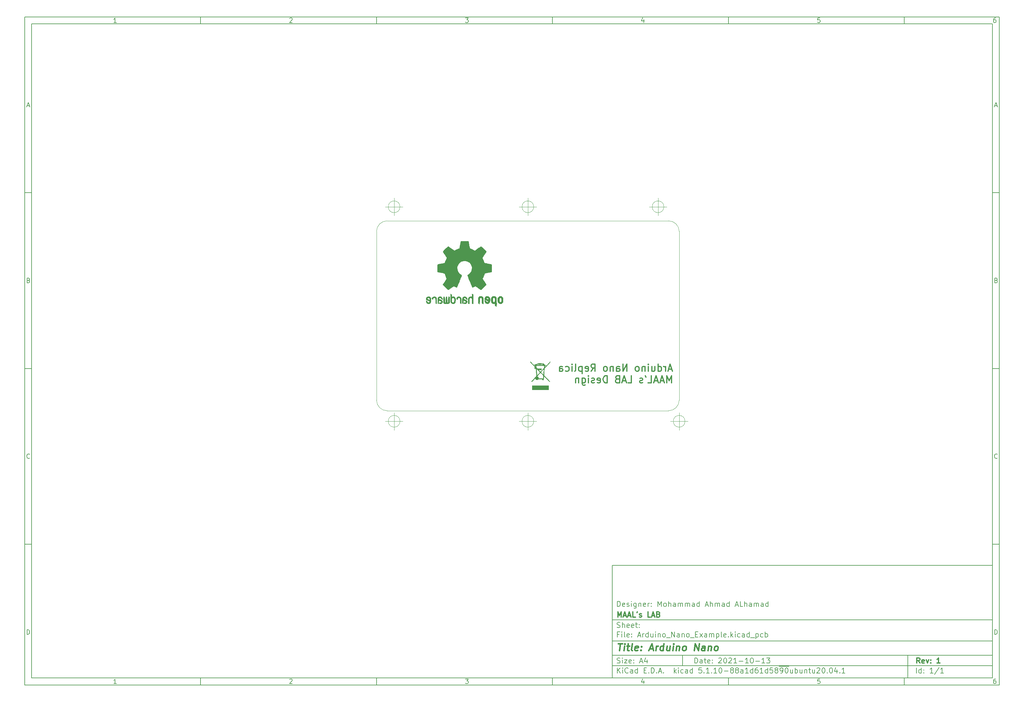
<source format=gbr>
%TF.GenerationSoftware,KiCad,Pcbnew,5.1.10-88a1d61d58~90~ubuntu20.04.1*%
%TF.CreationDate,2021-10-13T17:16:21+03:00*%
%TF.ProjectId,Arduino_Nano_Example,41726475-696e-46f5-9f4e-616e6f5f4578,1*%
%TF.SameCoordinates,Original*%
%TF.FileFunction,Legend,Bot*%
%TF.FilePolarity,Positive*%
%FSLAX46Y46*%
G04 Gerber Fmt 4.6, Leading zero omitted, Abs format (unit mm)*
G04 Created by KiCad (PCBNEW 5.1.10-88a1d61d58~90~ubuntu20.04.1) date 2021-10-13 17:16:21*
%MOMM*%
%LPD*%
G01*
G04 APERTURE LIST*
%ADD10C,0.100000*%
%ADD11C,0.150000*%
%ADD12C,0.300000*%
%ADD13C,0.400000*%
%TA.AperFunction,Profile*%
%ADD14C,0.050000*%
%TD*%
%ADD15C,0.010000*%
G04 APERTURE END LIST*
D10*
D11*
X177002200Y-166007200D02*
X177002200Y-198007200D01*
X285002200Y-198007200D01*
X285002200Y-166007200D01*
X177002200Y-166007200D01*
D10*
D11*
X10000000Y-10000000D02*
X10000000Y-200007200D01*
X287002200Y-200007200D01*
X287002200Y-10000000D01*
X10000000Y-10000000D01*
D10*
D11*
X12000000Y-12000000D02*
X12000000Y-198007200D01*
X285002200Y-198007200D01*
X285002200Y-12000000D01*
X12000000Y-12000000D01*
D10*
D11*
X60000000Y-12000000D02*
X60000000Y-10000000D01*
D10*
D11*
X110000000Y-12000000D02*
X110000000Y-10000000D01*
D10*
D11*
X160000000Y-12000000D02*
X160000000Y-10000000D01*
D10*
D11*
X210000000Y-12000000D02*
X210000000Y-10000000D01*
D10*
D11*
X260000000Y-12000000D02*
X260000000Y-10000000D01*
D10*
D11*
X36065476Y-11588095D02*
X35322619Y-11588095D01*
X35694047Y-11588095D02*
X35694047Y-10288095D01*
X35570238Y-10473809D01*
X35446428Y-10597619D01*
X35322619Y-10659523D01*
D10*
D11*
X85322619Y-10411904D02*
X85384523Y-10350000D01*
X85508333Y-10288095D01*
X85817857Y-10288095D01*
X85941666Y-10350000D01*
X86003571Y-10411904D01*
X86065476Y-10535714D01*
X86065476Y-10659523D01*
X86003571Y-10845238D01*
X85260714Y-11588095D01*
X86065476Y-11588095D01*
D10*
D11*
X135260714Y-10288095D02*
X136065476Y-10288095D01*
X135632142Y-10783333D01*
X135817857Y-10783333D01*
X135941666Y-10845238D01*
X136003571Y-10907142D01*
X136065476Y-11030952D01*
X136065476Y-11340476D01*
X136003571Y-11464285D01*
X135941666Y-11526190D01*
X135817857Y-11588095D01*
X135446428Y-11588095D01*
X135322619Y-11526190D01*
X135260714Y-11464285D01*
D10*
D11*
X185941666Y-10721428D02*
X185941666Y-11588095D01*
X185632142Y-10226190D02*
X185322619Y-11154761D01*
X186127380Y-11154761D01*
D10*
D11*
X236003571Y-10288095D02*
X235384523Y-10288095D01*
X235322619Y-10907142D01*
X235384523Y-10845238D01*
X235508333Y-10783333D01*
X235817857Y-10783333D01*
X235941666Y-10845238D01*
X236003571Y-10907142D01*
X236065476Y-11030952D01*
X236065476Y-11340476D01*
X236003571Y-11464285D01*
X235941666Y-11526190D01*
X235817857Y-11588095D01*
X235508333Y-11588095D01*
X235384523Y-11526190D01*
X235322619Y-11464285D01*
D10*
D11*
X285941666Y-10288095D02*
X285694047Y-10288095D01*
X285570238Y-10350000D01*
X285508333Y-10411904D01*
X285384523Y-10597619D01*
X285322619Y-10845238D01*
X285322619Y-11340476D01*
X285384523Y-11464285D01*
X285446428Y-11526190D01*
X285570238Y-11588095D01*
X285817857Y-11588095D01*
X285941666Y-11526190D01*
X286003571Y-11464285D01*
X286065476Y-11340476D01*
X286065476Y-11030952D01*
X286003571Y-10907142D01*
X285941666Y-10845238D01*
X285817857Y-10783333D01*
X285570238Y-10783333D01*
X285446428Y-10845238D01*
X285384523Y-10907142D01*
X285322619Y-11030952D01*
D10*
D11*
X60000000Y-198007200D02*
X60000000Y-200007200D01*
D10*
D11*
X110000000Y-198007200D02*
X110000000Y-200007200D01*
D10*
D11*
X160000000Y-198007200D02*
X160000000Y-200007200D01*
D10*
D11*
X210000000Y-198007200D02*
X210000000Y-200007200D01*
D10*
D11*
X260000000Y-198007200D02*
X260000000Y-200007200D01*
D10*
D11*
X36065476Y-199595295D02*
X35322619Y-199595295D01*
X35694047Y-199595295D02*
X35694047Y-198295295D01*
X35570238Y-198481009D01*
X35446428Y-198604819D01*
X35322619Y-198666723D01*
D10*
D11*
X85322619Y-198419104D02*
X85384523Y-198357200D01*
X85508333Y-198295295D01*
X85817857Y-198295295D01*
X85941666Y-198357200D01*
X86003571Y-198419104D01*
X86065476Y-198542914D01*
X86065476Y-198666723D01*
X86003571Y-198852438D01*
X85260714Y-199595295D01*
X86065476Y-199595295D01*
D10*
D11*
X135260714Y-198295295D02*
X136065476Y-198295295D01*
X135632142Y-198790533D01*
X135817857Y-198790533D01*
X135941666Y-198852438D01*
X136003571Y-198914342D01*
X136065476Y-199038152D01*
X136065476Y-199347676D01*
X136003571Y-199471485D01*
X135941666Y-199533390D01*
X135817857Y-199595295D01*
X135446428Y-199595295D01*
X135322619Y-199533390D01*
X135260714Y-199471485D01*
D10*
D11*
X185941666Y-198728628D02*
X185941666Y-199595295D01*
X185632142Y-198233390D02*
X185322619Y-199161961D01*
X186127380Y-199161961D01*
D10*
D11*
X236003571Y-198295295D02*
X235384523Y-198295295D01*
X235322619Y-198914342D01*
X235384523Y-198852438D01*
X235508333Y-198790533D01*
X235817857Y-198790533D01*
X235941666Y-198852438D01*
X236003571Y-198914342D01*
X236065476Y-199038152D01*
X236065476Y-199347676D01*
X236003571Y-199471485D01*
X235941666Y-199533390D01*
X235817857Y-199595295D01*
X235508333Y-199595295D01*
X235384523Y-199533390D01*
X235322619Y-199471485D01*
D10*
D11*
X285941666Y-198295295D02*
X285694047Y-198295295D01*
X285570238Y-198357200D01*
X285508333Y-198419104D01*
X285384523Y-198604819D01*
X285322619Y-198852438D01*
X285322619Y-199347676D01*
X285384523Y-199471485D01*
X285446428Y-199533390D01*
X285570238Y-199595295D01*
X285817857Y-199595295D01*
X285941666Y-199533390D01*
X286003571Y-199471485D01*
X286065476Y-199347676D01*
X286065476Y-199038152D01*
X286003571Y-198914342D01*
X285941666Y-198852438D01*
X285817857Y-198790533D01*
X285570238Y-198790533D01*
X285446428Y-198852438D01*
X285384523Y-198914342D01*
X285322619Y-199038152D01*
D10*
D11*
X10000000Y-60000000D02*
X12000000Y-60000000D01*
D10*
D11*
X10000000Y-110000000D02*
X12000000Y-110000000D01*
D10*
D11*
X10000000Y-160000000D02*
X12000000Y-160000000D01*
D10*
D11*
X10690476Y-35216666D02*
X11309523Y-35216666D01*
X10566666Y-35588095D02*
X11000000Y-34288095D01*
X11433333Y-35588095D01*
D10*
D11*
X11092857Y-84907142D02*
X11278571Y-84969047D01*
X11340476Y-85030952D01*
X11402380Y-85154761D01*
X11402380Y-85340476D01*
X11340476Y-85464285D01*
X11278571Y-85526190D01*
X11154761Y-85588095D01*
X10659523Y-85588095D01*
X10659523Y-84288095D01*
X11092857Y-84288095D01*
X11216666Y-84350000D01*
X11278571Y-84411904D01*
X11340476Y-84535714D01*
X11340476Y-84659523D01*
X11278571Y-84783333D01*
X11216666Y-84845238D01*
X11092857Y-84907142D01*
X10659523Y-84907142D01*
D10*
D11*
X11402380Y-135464285D02*
X11340476Y-135526190D01*
X11154761Y-135588095D01*
X11030952Y-135588095D01*
X10845238Y-135526190D01*
X10721428Y-135402380D01*
X10659523Y-135278571D01*
X10597619Y-135030952D01*
X10597619Y-134845238D01*
X10659523Y-134597619D01*
X10721428Y-134473809D01*
X10845238Y-134350000D01*
X11030952Y-134288095D01*
X11154761Y-134288095D01*
X11340476Y-134350000D01*
X11402380Y-134411904D01*
D10*
D11*
X10659523Y-185588095D02*
X10659523Y-184288095D01*
X10969047Y-184288095D01*
X11154761Y-184350000D01*
X11278571Y-184473809D01*
X11340476Y-184597619D01*
X11402380Y-184845238D01*
X11402380Y-185030952D01*
X11340476Y-185278571D01*
X11278571Y-185402380D01*
X11154761Y-185526190D01*
X10969047Y-185588095D01*
X10659523Y-185588095D01*
D10*
D11*
X287002200Y-60000000D02*
X285002200Y-60000000D01*
D10*
D11*
X287002200Y-110000000D02*
X285002200Y-110000000D01*
D10*
D11*
X287002200Y-160000000D02*
X285002200Y-160000000D01*
D10*
D11*
X285692676Y-35216666D02*
X286311723Y-35216666D01*
X285568866Y-35588095D02*
X286002200Y-34288095D01*
X286435533Y-35588095D01*
D10*
D11*
X286095057Y-84907142D02*
X286280771Y-84969047D01*
X286342676Y-85030952D01*
X286404580Y-85154761D01*
X286404580Y-85340476D01*
X286342676Y-85464285D01*
X286280771Y-85526190D01*
X286156961Y-85588095D01*
X285661723Y-85588095D01*
X285661723Y-84288095D01*
X286095057Y-84288095D01*
X286218866Y-84350000D01*
X286280771Y-84411904D01*
X286342676Y-84535714D01*
X286342676Y-84659523D01*
X286280771Y-84783333D01*
X286218866Y-84845238D01*
X286095057Y-84907142D01*
X285661723Y-84907142D01*
D10*
D11*
X286404580Y-135464285D02*
X286342676Y-135526190D01*
X286156961Y-135588095D01*
X286033152Y-135588095D01*
X285847438Y-135526190D01*
X285723628Y-135402380D01*
X285661723Y-135278571D01*
X285599819Y-135030952D01*
X285599819Y-134845238D01*
X285661723Y-134597619D01*
X285723628Y-134473809D01*
X285847438Y-134350000D01*
X286033152Y-134288095D01*
X286156961Y-134288095D01*
X286342676Y-134350000D01*
X286404580Y-134411904D01*
D10*
D11*
X285661723Y-185588095D02*
X285661723Y-184288095D01*
X285971247Y-184288095D01*
X286156961Y-184350000D01*
X286280771Y-184473809D01*
X286342676Y-184597619D01*
X286404580Y-184845238D01*
X286404580Y-185030952D01*
X286342676Y-185278571D01*
X286280771Y-185402380D01*
X286156961Y-185526190D01*
X285971247Y-185588095D01*
X285661723Y-185588095D01*
D10*
D11*
X200434342Y-193785771D02*
X200434342Y-192285771D01*
X200791485Y-192285771D01*
X201005771Y-192357200D01*
X201148628Y-192500057D01*
X201220057Y-192642914D01*
X201291485Y-192928628D01*
X201291485Y-193142914D01*
X201220057Y-193428628D01*
X201148628Y-193571485D01*
X201005771Y-193714342D01*
X200791485Y-193785771D01*
X200434342Y-193785771D01*
X202577200Y-193785771D02*
X202577200Y-193000057D01*
X202505771Y-192857200D01*
X202362914Y-192785771D01*
X202077200Y-192785771D01*
X201934342Y-192857200D01*
X202577200Y-193714342D02*
X202434342Y-193785771D01*
X202077200Y-193785771D01*
X201934342Y-193714342D01*
X201862914Y-193571485D01*
X201862914Y-193428628D01*
X201934342Y-193285771D01*
X202077200Y-193214342D01*
X202434342Y-193214342D01*
X202577200Y-193142914D01*
X203077200Y-192785771D02*
X203648628Y-192785771D01*
X203291485Y-192285771D02*
X203291485Y-193571485D01*
X203362914Y-193714342D01*
X203505771Y-193785771D01*
X203648628Y-193785771D01*
X204720057Y-193714342D02*
X204577200Y-193785771D01*
X204291485Y-193785771D01*
X204148628Y-193714342D01*
X204077200Y-193571485D01*
X204077200Y-193000057D01*
X204148628Y-192857200D01*
X204291485Y-192785771D01*
X204577200Y-192785771D01*
X204720057Y-192857200D01*
X204791485Y-193000057D01*
X204791485Y-193142914D01*
X204077200Y-193285771D01*
X205434342Y-193642914D02*
X205505771Y-193714342D01*
X205434342Y-193785771D01*
X205362914Y-193714342D01*
X205434342Y-193642914D01*
X205434342Y-193785771D01*
X205434342Y-192857200D02*
X205505771Y-192928628D01*
X205434342Y-193000057D01*
X205362914Y-192928628D01*
X205434342Y-192857200D01*
X205434342Y-193000057D01*
X207220057Y-192428628D02*
X207291485Y-192357200D01*
X207434342Y-192285771D01*
X207791485Y-192285771D01*
X207934342Y-192357200D01*
X208005771Y-192428628D01*
X208077200Y-192571485D01*
X208077200Y-192714342D01*
X208005771Y-192928628D01*
X207148628Y-193785771D01*
X208077200Y-193785771D01*
X209005771Y-192285771D02*
X209148628Y-192285771D01*
X209291485Y-192357200D01*
X209362914Y-192428628D01*
X209434342Y-192571485D01*
X209505771Y-192857200D01*
X209505771Y-193214342D01*
X209434342Y-193500057D01*
X209362914Y-193642914D01*
X209291485Y-193714342D01*
X209148628Y-193785771D01*
X209005771Y-193785771D01*
X208862914Y-193714342D01*
X208791485Y-193642914D01*
X208720057Y-193500057D01*
X208648628Y-193214342D01*
X208648628Y-192857200D01*
X208720057Y-192571485D01*
X208791485Y-192428628D01*
X208862914Y-192357200D01*
X209005771Y-192285771D01*
X210077200Y-192428628D02*
X210148628Y-192357200D01*
X210291485Y-192285771D01*
X210648628Y-192285771D01*
X210791485Y-192357200D01*
X210862914Y-192428628D01*
X210934342Y-192571485D01*
X210934342Y-192714342D01*
X210862914Y-192928628D01*
X210005771Y-193785771D01*
X210934342Y-193785771D01*
X212362914Y-193785771D02*
X211505771Y-193785771D01*
X211934342Y-193785771D02*
X211934342Y-192285771D01*
X211791485Y-192500057D01*
X211648628Y-192642914D01*
X211505771Y-192714342D01*
X213005771Y-193214342D02*
X214148628Y-193214342D01*
X215648628Y-193785771D02*
X214791485Y-193785771D01*
X215220057Y-193785771D02*
X215220057Y-192285771D01*
X215077200Y-192500057D01*
X214934342Y-192642914D01*
X214791485Y-192714342D01*
X216577200Y-192285771D02*
X216720057Y-192285771D01*
X216862914Y-192357200D01*
X216934342Y-192428628D01*
X217005771Y-192571485D01*
X217077200Y-192857200D01*
X217077200Y-193214342D01*
X217005771Y-193500057D01*
X216934342Y-193642914D01*
X216862914Y-193714342D01*
X216720057Y-193785771D01*
X216577200Y-193785771D01*
X216434342Y-193714342D01*
X216362914Y-193642914D01*
X216291485Y-193500057D01*
X216220057Y-193214342D01*
X216220057Y-192857200D01*
X216291485Y-192571485D01*
X216362914Y-192428628D01*
X216434342Y-192357200D01*
X216577200Y-192285771D01*
X217720057Y-193214342D02*
X218862914Y-193214342D01*
X220362914Y-193785771D02*
X219505771Y-193785771D01*
X219934342Y-193785771D02*
X219934342Y-192285771D01*
X219791485Y-192500057D01*
X219648628Y-192642914D01*
X219505771Y-192714342D01*
X220862914Y-192285771D02*
X221791485Y-192285771D01*
X221291485Y-192857200D01*
X221505771Y-192857200D01*
X221648628Y-192928628D01*
X221720057Y-193000057D01*
X221791485Y-193142914D01*
X221791485Y-193500057D01*
X221720057Y-193642914D01*
X221648628Y-193714342D01*
X221505771Y-193785771D01*
X221077200Y-193785771D01*
X220934342Y-193714342D01*
X220862914Y-193642914D01*
D10*
D11*
X177002200Y-194507200D02*
X285002200Y-194507200D01*
D10*
D11*
X178434342Y-196585771D02*
X178434342Y-195085771D01*
X179291485Y-196585771D02*
X178648628Y-195728628D01*
X179291485Y-195085771D02*
X178434342Y-195942914D01*
X179934342Y-196585771D02*
X179934342Y-195585771D01*
X179934342Y-195085771D02*
X179862914Y-195157200D01*
X179934342Y-195228628D01*
X180005771Y-195157200D01*
X179934342Y-195085771D01*
X179934342Y-195228628D01*
X181505771Y-196442914D02*
X181434342Y-196514342D01*
X181220057Y-196585771D01*
X181077200Y-196585771D01*
X180862914Y-196514342D01*
X180720057Y-196371485D01*
X180648628Y-196228628D01*
X180577200Y-195942914D01*
X180577200Y-195728628D01*
X180648628Y-195442914D01*
X180720057Y-195300057D01*
X180862914Y-195157200D01*
X181077200Y-195085771D01*
X181220057Y-195085771D01*
X181434342Y-195157200D01*
X181505771Y-195228628D01*
X182791485Y-196585771D02*
X182791485Y-195800057D01*
X182720057Y-195657200D01*
X182577200Y-195585771D01*
X182291485Y-195585771D01*
X182148628Y-195657200D01*
X182791485Y-196514342D02*
X182648628Y-196585771D01*
X182291485Y-196585771D01*
X182148628Y-196514342D01*
X182077200Y-196371485D01*
X182077200Y-196228628D01*
X182148628Y-196085771D01*
X182291485Y-196014342D01*
X182648628Y-196014342D01*
X182791485Y-195942914D01*
X184148628Y-196585771D02*
X184148628Y-195085771D01*
X184148628Y-196514342D02*
X184005771Y-196585771D01*
X183720057Y-196585771D01*
X183577200Y-196514342D01*
X183505771Y-196442914D01*
X183434342Y-196300057D01*
X183434342Y-195871485D01*
X183505771Y-195728628D01*
X183577200Y-195657200D01*
X183720057Y-195585771D01*
X184005771Y-195585771D01*
X184148628Y-195657200D01*
X186005771Y-195800057D02*
X186505771Y-195800057D01*
X186720057Y-196585771D02*
X186005771Y-196585771D01*
X186005771Y-195085771D01*
X186720057Y-195085771D01*
X187362914Y-196442914D02*
X187434342Y-196514342D01*
X187362914Y-196585771D01*
X187291485Y-196514342D01*
X187362914Y-196442914D01*
X187362914Y-196585771D01*
X188077200Y-196585771D02*
X188077200Y-195085771D01*
X188434342Y-195085771D01*
X188648628Y-195157200D01*
X188791485Y-195300057D01*
X188862914Y-195442914D01*
X188934342Y-195728628D01*
X188934342Y-195942914D01*
X188862914Y-196228628D01*
X188791485Y-196371485D01*
X188648628Y-196514342D01*
X188434342Y-196585771D01*
X188077200Y-196585771D01*
X189577200Y-196442914D02*
X189648628Y-196514342D01*
X189577200Y-196585771D01*
X189505771Y-196514342D01*
X189577200Y-196442914D01*
X189577200Y-196585771D01*
X190220057Y-196157200D02*
X190934342Y-196157200D01*
X190077200Y-196585771D02*
X190577200Y-195085771D01*
X191077200Y-196585771D01*
X191577200Y-196442914D02*
X191648628Y-196514342D01*
X191577200Y-196585771D01*
X191505771Y-196514342D01*
X191577200Y-196442914D01*
X191577200Y-196585771D01*
X194577200Y-196585771D02*
X194577200Y-195085771D01*
X194720057Y-196014342D02*
X195148628Y-196585771D01*
X195148628Y-195585771D02*
X194577200Y-196157200D01*
X195791485Y-196585771D02*
X195791485Y-195585771D01*
X195791485Y-195085771D02*
X195720057Y-195157200D01*
X195791485Y-195228628D01*
X195862914Y-195157200D01*
X195791485Y-195085771D01*
X195791485Y-195228628D01*
X197148628Y-196514342D02*
X197005771Y-196585771D01*
X196720057Y-196585771D01*
X196577200Y-196514342D01*
X196505771Y-196442914D01*
X196434342Y-196300057D01*
X196434342Y-195871485D01*
X196505771Y-195728628D01*
X196577200Y-195657200D01*
X196720057Y-195585771D01*
X197005771Y-195585771D01*
X197148628Y-195657200D01*
X198434342Y-196585771D02*
X198434342Y-195800057D01*
X198362914Y-195657200D01*
X198220057Y-195585771D01*
X197934342Y-195585771D01*
X197791485Y-195657200D01*
X198434342Y-196514342D02*
X198291485Y-196585771D01*
X197934342Y-196585771D01*
X197791485Y-196514342D01*
X197720057Y-196371485D01*
X197720057Y-196228628D01*
X197791485Y-196085771D01*
X197934342Y-196014342D01*
X198291485Y-196014342D01*
X198434342Y-195942914D01*
X199791485Y-196585771D02*
X199791485Y-195085771D01*
X199791485Y-196514342D02*
X199648628Y-196585771D01*
X199362914Y-196585771D01*
X199220057Y-196514342D01*
X199148628Y-196442914D01*
X199077200Y-196300057D01*
X199077200Y-195871485D01*
X199148628Y-195728628D01*
X199220057Y-195657200D01*
X199362914Y-195585771D01*
X199648628Y-195585771D01*
X199791485Y-195657200D01*
X202362914Y-195085771D02*
X201648628Y-195085771D01*
X201577200Y-195800057D01*
X201648628Y-195728628D01*
X201791485Y-195657200D01*
X202148628Y-195657200D01*
X202291485Y-195728628D01*
X202362914Y-195800057D01*
X202434342Y-195942914D01*
X202434342Y-196300057D01*
X202362914Y-196442914D01*
X202291485Y-196514342D01*
X202148628Y-196585771D01*
X201791485Y-196585771D01*
X201648628Y-196514342D01*
X201577200Y-196442914D01*
X203077200Y-196442914D02*
X203148628Y-196514342D01*
X203077200Y-196585771D01*
X203005771Y-196514342D01*
X203077200Y-196442914D01*
X203077200Y-196585771D01*
X204577200Y-196585771D02*
X203720057Y-196585771D01*
X204148628Y-196585771D02*
X204148628Y-195085771D01*
X204005771Y-195300057D01*
X203862914Y-195442914D01*
X203720057Y-195514342D01*
X205220057Y-196442914D02*
X205291485Y-196514342D01*
X205220057Y-196585771D01*
X205148628Y-196514342D01*
X205220057Y-196442914D01*
X205220057Y-196585771D01*
X206720057Y-196585771D02*
X205862914Y-196585771D01*
X206291485Y-196585771D02*
X206291485Y-195085771D01*
X206148628Y-195300057D01*
X206005771Y-195442914D01*
X205862914Y-195514342D01*
X207648628Y-195085771D02*
X207791485Y-195085771D01*
X207934342Y-195157200D01*
X208005771Y-195228628D01*
X208077200Y-195371485D01*
X208148628Y-195657200D01*
X208148628Y-196014342D01*
X208077200Y-196300057D01*
X208005771Y-196442914D01*
X207934342Y-196514342D01*
X207791485Y-196585771D01*
X207648628Y-196585771D01*
X207505771Y-196514342D01*
X207434342Y-196442914D01*
X207362914Y-196300057D01*
X207291485Y-196014342D01*
X207291485Y-195657200D01*
X207362914Y-195371485D01*
X207434342Y-195228628D01*
X207505771Y-195157200D01*
X207648628Y-195085771D01*
X208791485Y-196014342D02*
X209934342Y-196014342D01*
X210862914Y-195728628D02*
X210720057Y-195657200D01*
X210648628Y-195585771D01*
X210577200Y-195442914D01*
X210577200Y-195371485D01*
X210648628Y-195228628D01*
X210720057Y-195157200D01*
X210862914Y-195085771D01*
X211148628Y-195085771D01*
X211291485Y-195157200D01*
X211362914Y-195228628D01*
X211434342Y-195371485D01*
X211434342Y-195442914D01*
X211362914Y-195585771D01*
X211291485Y-195657200D01*
X211148628Y-195728628D01*
X210862914Y-195728628D01*
X210720057Y-195800057D01*
X210648628Y-195871485D01*
X210577200Y-196014342D01*
X210577200Y-196300057D01*
X210648628Y-196442914D01*
X210720057Y-196514342D01*
X210862914Y-196585771D01*
X211148628Y-196585771D01*
X211291485Y-196514342D01*
X211362914Y-196442914D01*
X211434342Y-196300057D01*
X211434342Y-196014342D01*
X211362914Y-195871485D01*
X211291485Y-195800057D01*
X211148628Y-195728628D01*
X212291485Y-195728628D02*
X212148628Y-195657200D01*
X212077200Y-195585771D01*
X212005771Y-195442914D01*
X212005771Y-195371485D01*
X212077200Y-195228628D01*
X212148628Y-195157200D01*
X212291485Y-195085771D01*
X212577200Y-195085771D01*
X212720057Y-195157200D01*
X212791485Y-195228628D01*
X212862914Y-195371485D01*
X212862914Y-195442914D01*
X212791485Y-195585771D01*
X212720057Y-195657200D01*
X212577200Y-195728628D01*
X212291485Y-195728628D01*
X212148628Y-195800057D01*
X212077200Y-195871485D01*
X212005771Y-196014342D01*
X212005771Y-196300057D01*
X212077200Y-196442914D01*
X212148628Y-196514342D01*
X212291485Y-196585771D01*
X212577200Y-196585771D01*
X212720057Y-196514342D01*
X212791485Y-196442914D01*
X212862914Y-196300057D01*
X212862914Y-196014342D01*
X212791485Y-195871485D01*
X212720057Y-195800057D01*
X212577200Y-195728628D01*
X214148628Y-196585771D02*
X214148628Y-195800057D01*
X214077200Y-195657200D01*
X213934342Y-195585771D01*
X213648628Y-195585771D01*
X213505771Y-195657200D01*
X214148628Y-196514342D02*
X214005771Y-196585771D01*
X213648628Y-196585771D01*
X213505771Y-196514342D01*
X213434342Y-196371485D01*
X213434342Y-196228628D01*
X213505771Y-196085771D01*
X213648628Y-196014342D01*
X214005771Y-196014342D01*
X214148628Y-195942914D01*
X215648628Y-196585771D02*
X214791485Y-196585771D01*
X215220057Y-196585771D02*
X215220057Y-195085771D01*
X215077200Y-195300057D01*
X214934342Y-195442914D01*
X214791485Y-195514342D01*
X216934342Y-196585771D02*
X216934342Y-195085771D01*
X216934342Y-196514342D02*
X216791485Y-196585771D01*
X216505771Y-196585771D01*
X216362914Y-196514342D01*
X216291485Y-196442914D01*
X216220057Y-196300057D01*
X216220057Y-195871485D01*
X216291485Y-195728628D01*
X216362914Y-195657200D01*
X216505771Y-195585771D01*
X216791485Y-195585771D01*
X216934342Y-195657200D01*
X218291485Y-195085771D02*
X218005771Y-195085771D01*
X217862914Y-195157200D01*
X217791485Y-195228628D01*
X217648628Y-195442914D01*
X217577200Y-195728628D01*
X217577200Y-196300057D01*
X217648628Y-196442914D01*
X217720057Y-196514342D01*
X217862914Y-196585771D01*
X218148628Y-196585771D01*
X218291485Y-196514342D01*
X218362914Y-196442914D01*
X218434342Y-196300057D01*
X218434342Y-195942914D01*
X218362914Y-195800057D01*
X218291485Y-195728628D01*
X218148628Y-195657200D01*
X217862914Y-195657200D01*
X217720057Y-195728628D01*
X217648628Y-195800057D01*
X217577200Y-195942914D01*
X219862914Y-196585771D02*
X219005771Y-196585771D01*
X219434342Y-196585771D02*
X219434342Y-195085771D01*
X219291485Y-195300057D01*
X219148628Y-195442914D01*
X219005771Y-195514342D01*
X221148628Y-196585771D02*
X221148628Y-195085771D01*
X221148628Y-196514342D02*
X221005771Y-196585771D01*
X220720057Y-196585771D01*
X220577200Y-196514342D01*
X220505771Y-196442914D01*
X220434342Y-196300057D01*
X220434342Y-195871485D01*
X220505771Y-195728628D01*
X220577200Y-195657200D01*
X220720057Y-195585771D01*
X221005771Y-195585771D01*
X221148628Y-195657200D01*
X222577200Y-195085771D02*
X221862914Y-195085771D01*
X221791485Y-195800057D01*
X221862914Y-195728628D01*
X222005771Y-195657200D01*
X222362914Y-195657200D01*
X222505771Y-195728628D01*
X222577200Y-195800057D01*
X222648628Y-195942914D01*
X222648628Y-196300057D01*
X222577200Y-196442914D01*
X222505771Y-196514342D01*
X222362914Y-196585771D01*
X222005771Y-196585771D01*
X221862914Y-196514342D01*
X221791485Y-196442914D01*
X223505771Y-195728628D02*
X223362914Y-195657200D01*
X223291485Y-195585771D01*
X223220057Y-195442914D01*
X223220057Y-195371485D01*
X223291485Y-195228628D01*
X223362914Y-195157200D01*
X223505771Y-195085771D01*
X223791485Y-195085771D01*
X223934342Y-195157200D01*
X224005771Y-195228628D01*
X224077200Y-195371485D01*
X224077200Y-195442914D01*
X224005771Y-195585771D01*
X223934342Y-195657200D01*
X223791485Y-195728628D01*
X223505771Y-195728628D01*
X223362914Y-195800057D01*
X223291485Y-195871485D01*
X223220057Y-196014342D01*
X223220057Y-196300057D01*
X223291485Y-196442914D01*
X223362914Y-196514342D01*
X223505771Y-196585771D01*
X223791485Y-196585771D01*
X223934342Y-196514342D01*
X224005771Y-196442914D01*
X224077200Y-196300057D01*
X224077200Y-196014342D01*
X224005771Y-195871485D01*
X223934342Y-195800057D01*
X223791485Y-195728628D01*
X224362914Y-194677200D02*
X225791485Y-194677200D01*
X224791485Y-196585771D02*
X225077200Y-196585771D01*
X225220057Y-196514342D01*
X225291485Y-196442914D01*
X225434342Y-196228628D01*
X225505771Y-195942914D01*
X225505771Y-195371485D01*
X225434342Y-195228628D01*
X225362914Y-195157200D01*
X225220057Y-195085771D01*
X224934342Y-195085771D01*
X224791485Y-195157200D01*
X224720057Y-195228628D01*
X224648628Y-195371485D01*
X224648628Y-195728628D01*
X224720057Y-195871485D01*
X224791485Y-195942914D01*
X224934342Y-196014342D01*
X225220057Y-196014342D01*
X225362914Y-195942914D01*
X225434342Y-195871485D01*
X225505771Y-195728628D01*
X225791485Y-194677200D02*
X227220057Y-194677200D01*
X226434342Y-195085771D02*
X226577199Y-195085771D01*
X226720057Y-195157200D01*
X226791485Y-195228628D01*
X226862914Y-195371485D01*
X226934342Y-195657200D01*
X226934342Y-196014342D01*
X226862914Y-196300057D01*
X226791485Y-196442914D01*
X226720057Y-196514342D01*
X226577199Y-196585771D01*
X226434342Y-196585771D01*
X226291485Y-196514342D01*
X226220057Y-196442914D01*
X226148628Y-196300057D01*
X226077199Y-196014342D01*
X226077199Y-195657200D01*
X226148628Y-195371485D01*
X226220057Y-195228628D01*
X226291485Y-195157200D01*
X226434342Y-195085771D01*
X228220057Y-195585771D02*
X228220057Y-196585771D01*
X227577199Y-195585771D02*
X227577199Y-196371485D01*
X227648628Y-196514342D01*
X227791485Y-196585771D01*
X228005771Y-196585771D01*
X228148628Y-196514342D01*
X228220057Y-196442914D01*
X228934342Y-196585771D02*
X228934342Y-195085771D01*
X228934342Y-195657200D02*
X229077199Y-195585771D01*
X229362914Y-195585771D01*
X229505771Y-195657200D01*
X229577199Y-195728628D01*
X229648628Y-195871485D01*
X229648628Y-196300057D01*
X229577199Y-196442914D01*
X229505771Y-196514342D01*
X229362914Y-196585771D01*
X229077199Y-196585771D01*
X228934342Y-196514342D01*
X230934342Y-195585771D02*
X230934342Y-196585771D01*
X230291485Y-195585771D02*
X230291485Y-196371485D01*
X230362914Y-196514342D01*
X230505771Y-196585771D01*
X230720057Y-196585771D01*
X230862914Y-196514342D01*
X230934342Y-196442914D01*
X231648628Y-195585771D02*
X231648628Y-196585771D01*
X231648628Y-195728628D02*
X231720057Y-195657200D01*
X231862914Y-195585771D01*
X232077199Y-195585771D01*
X232220057Y-195657200D01*
X232291485Y-195800057D01*
X232291485Y-196585771D01*
X232791485Y-195585771D02*
X233362914Y-195585771D01*
X233005771Y-195085771D02*
X233005771Y-196371485D01*
X233077199Y-196514342D01*
X233220057Y-196585771D01*
X233362914Y-196585771D01*
X234505771Y-195585771D02*
X234505771Y-196585771D01*
X233862914Y-195585771D02*
X233862914Y-196371485D01*
X233934342Y-196514342D01*
X234077200Y-196585771D01*
X234291485Y-196585771D01*
X234434342Y-196514342D01*
X234505771Y-196442914D01*
X235148628Y-195228628D02*
X235220057Y-195157200D01*
X235362914Y-195085771D01*
X235720057Y-195085771D01*
X235862914Y-195157200D01*
X235934342Y-195228628D01*
X236005771Y-195371485D01*
X236005771Y-195514342D01*
X235934342Y-195728628D01*
X235077200Y-196585771D01*
X236005771Y-196585771D01*
X236934342Y-195085771D02*
X237077199Y-195085771D01*
X237220057Y-195157200D01*
X237291485Y-195228628D01*
X237362914Y-195371485D01*
X237434342Y-195657200D01*
X237434342Y-196014342D01*
X237362914Y-196300057D01*
X237291485Y-196442914D01*
X237220057Y-196514342D01*
X237077199Y-196585771D01*
X236934342Y-196585771D01*
X236791485Y-196514342D01*
X236720057Y-196442914D01*
X236648628Y-196300057D01*
X236577199Y-196014342D01*
X236577199Y-195657200D01*
X236648628Y-195371485D01*
X236720057Y-195228628D01*
X236791485Y-195157200D01*
X236934342Y-195085771D01*
X238077199Y-196442914D02*
X238148628Y-196514342D01*
X238077199Y-196585771D01*
X238005771Y-196514342D01*
X238077199Y-196442914D01*
X238077199Y-196585771D01*
X239077199Y-195085771D02*
X239220057Y-195085771D01*
X239362914Y-195157200D01*
X239434342Y-195228628D01*
X239505771Y-195371485D01*
X239577199Y-195657200D01*
X239577199Y-196014342D01*
X239505771Y-196300057D01*
X239434342Y-196442914D01*
X239362914Y-196514342D01*
X239220057Y-196585771D01*
X239077199Y-196585771D01*
X238934342Y-196514342D01*
X238862914Y-196442914D01*
X238791485Y-196300057D01*
X238720057Y-196014342D01*
X238720057Y-195657200D01*
X238791485Y-195371485D01*
X238862914Y-195228628D01*
X238934342Y-195157200D01*
X239077199Y-195085771D01*
X240862914Y-195585771D02*
X240862914Y-196585771D01*
X240505771Y-195014342D02*
X240148628Y-196085771D01*
X241077199Y-196085771D01*
X241648628Y-196442914D02*
X241720057Y-196514342D01*
X241648628Y-196585771D01*
X241577199Y-196514342D01*
X241648628Y-196442914D01*
X241648628Y-196585771D01*
X243148628Y-196585771D02*
X242291485Y-196585771D01*
X242720057Y-196585771D02*
X242720057Y-195085771D01*
X242577199Y-195300057D01*
X242434342Y-195442914D01*
X242291485Y-195514342D01*
D10*
D11*
X177002200Y-191507200D02*
X285002200Y-191507200D01*
D10*
D12*
X264411485Y-193785771D02*
X263911485Y-193071485D01*
X263554342Y-193785771D02*
X263554342Y-192285771D01*
X264125771Y-192285771D01*
X264268628Y-192357200D01*
X264340057Y-192428628D01*
X264411485Y-192571485D01*
X264411485Y-192785771D01*
X264340057Y-192928628D01*
X264268628Y-193000057D01*
X264125771Y-193071485D01*
X263554342Y-193071485D01*
X265625771Y-193714342D02*
X265482914Y-193785771D01*
X265197200Y-193785771D01*
X265054342Y-193714342D01*
X264982914Y-193571485D01*
X264982914Y-193000057D01*
X265054342Y-192857200D01*
X265197200Y-192785771D01*
X265482914Y-192785771D01*
X265625771Y-192857200D01*
X265697200Y-193000057D01*
X265697200Y-193142914D01*
X264982914Y-193285771D01*
X266197200Y-192785771D02*
X266554342Y-193785771D01*
X266911485Y-192785771D01*
X267482914Y-193642914D02*
X267554342Y-193714342D01*
X267482914Y-193785771D01*
X267411485Y-193714342D01*
X267482914Y-193642914D01*
X267482914Y-193785771D01*
X267482914Y-192857200D02*
X267554342Y-192928628D01*
X267482914Y-193000057D01*
X267411485Y-192928628D01*
X267482914Y-192857200D01*
X267482914Y-193000057D01*
X270125771Y-193785771D02*
X269268628Y-193785771D01*
X269697200Y-193785771D02*
X269697200Y-192285771D01*
X269554342Y-192500057D01*
X269411485Y-192642914D01*
X269268628Y-192714342D01*
D10*
D11*
X178362914Y-193714342D02*
X178577200Y-193785771D01*
X178934342Y-193785771D01*
X179077200Y-193714342D01*
X179148628Y-193642914D01*
X179220057Y-193500057D01*
X179220057Y-193357200D01*
X179148628Y-193214342D01*
X179077200Y-193142914D01*
X178934342Y-193071485D01*
X178648628Y-193000057D01*
X178505771Y-192928628D01*
X178434342Y-192857200D01*
X178362914Y-192714342D01*
X178362914Y-192571485D01*
X178434342Y-192428628D01*
X178505771Y-192357200D01*
X178648628Y-192285771D01*
X179005771Y-192285771D01*
X179220057Y-192357200D01*
X179862914Y-193785771D02*
X179862914Y-192785771D01*
X179862914Y-192285771D02*
X179791485Y-192357200D01*
X179862914Y-192428628D01*
X179934342Y-192357200D01*
X179862914Y-192285771D01*
X179862914Y-192428628D01*
X180434342Y-192785771D02*
X181220057Y-192785771D01*
X180434342Y-193785771D01*
X181220057Y-193785771D01*
X182362914Y-193714342D02*
X182220057Y-193785771D01*
X181934342Y-193785771D01*
X181791485Y-193714342D01*
X181720057Y-193571485D01*
X181720057Y-193000057D01*
X181791485Y-192857200D01*
X181934342Y-192785771D01*
X182220057Y-192785771D01*
X182362914Y-192857200D01*
X182434342Y-193000057D01*
X182434342Y-193142914D01*
X181720057Y-193285771D01*
X183077200Y-193642914D02*
X183148628Y-193714342D01*
X183077200Y-193785771D01*
X183005771Y-193714342D01*
X183077200Y-193642914D01*
X183077200Y-193785771D01*
X183077200Y-192857200D02*
X183148628Y-192928628D01*
X183077200Y-193000057D01*
X183005771Y-192928628D01*
X183077200Y-192857200D01*
X183077200Y-193000057D01*
X184862914Y-193357200D02*
X185577200Y-193357200D01*
X184720057Y-193785771D02*
X185220057Y-192285771D01*
X185720057Y-193785771D01*
X186862914Y-192785771D02*
X186862914Y-193785771D01*
X186505771Y-192214342D02*
X186148628Y-193285771D01*
X187077200Y-193285771D01*
D10*
D11*
X263434342Y-196585771D02*
X263434342Y-195085771D01*
X264791485Y-196585771D02*
X264791485Y-195085771D01*
X264791485Y-196514342D02*
X264648628Y-196585771D01*
X264362914Y-196585771D01*
X264220057Y-196514342D01*
X264148628Y-196442914D01*
X264077200Y-196300057D01*
X264077200Y-195871485D01*
X264148628Y-195728628D01*
X264220057Y-195657200D01*
X264362914Y-195585771D01*
X264648628Y-195585771D01*
X264791485Y-195657200D01*
X265505771Y-196442914D02*
X265577200Y-196514342D01*
X265505771Y-196585771D01*
X265434342Y-196514342D01*
X265505771Y-196442914D01*
X265505771Y-196585771D01*
X265505771Y-195657200D02*
X265577200Y-195728628D01*
X265505771Y-195800057D01*
X265434342Y-195728628D01*
X265505771Y-195657200D01*
X265505771Y-195800057D01*
X268148628Y-196585771D02*
X267291485Y-196585771D01*
X267720057Y-196585771D02*
X267720057Y-195085771D01*
X267577200Y-195300057D01*
X267434342Y-195442914D01*
X267291485Y-195514342D01*
X269862914Y-195014342D02*
X268577200Y-196942914D01*
X271148628Y-196585771D02*
X270291485Y-196585771D01*
X270720057Y-196585771D02*
X270720057Y-195085771D01*
X270577200Y-195300057D01*
X270434342Y-195442914D01*
X270291485Y-195514342D01*
D10*
D11*
X177002200Y-187507200D02*
X285002200Y-187507200D01*
D10*
D13*
X178714580Y-188211961D02*
X179857438Y-188211961D01*
X179036009Y-190211961D02*
X179286009Y-188211961D01*
X180274104Y-190211961D02*
X180440771Y-188878628D01*
X180524104Y-188211961D02*
X180416961Y-188307200D01*
X180500295Y-188402438D01*
X180607438Y-188307200D01*
X180524104Y-188211961D01*
X180500295Y-188402438D01*
X181107438Y-188878628D02*
X181869342Y-188878628D01*
X181476485Y-188211961D02*
X181262200Y-189926247D01*
X181333628Y-190116723D01*
X181512200Y-190211961D01*
X181702676Y-190211961D01*
X182655057Y-190211961D02*
X182476485Y-190116723D01*
X182405057Y-189926247D01*
X182619342Y-188211961D01*
X184190771Y-190116723D02*
X183988390Y-190211961D01*
X183607438Y-190211961D01*
X183428866Y-190116723D01*
X183357438Y-189926247D01*
X183452676Y-189164342D01*
X183571723Y-188973866D01*
X183774104Y-188878628D01*
X184155057Y-188878628D01*
X184333628Y-188973866D01*
X184405057Y-189164342D01*
X184381247Y-189354819D01*
X183405057Y-189545295D01*
X185155057Y-190021485D02*
X185238390Y-190116723D01*
X185131247Y-190211961D01*
X185047914Y-190116723D01*
X185155057Y-190021485D01*
X185131247Y-190211961D01*
X185286009Y-188973866D02*
X185369342Y-189069104D01*
X185262200Y-189164342D01*
X185178866Y-189069104D01*
X185286009Y-188973866D01*
X185262200Y-189164342D01*
X187583628Y-189640533D02*
X188536009Y-189640533D01*
X187321723Y-190211961D02*
X188238390Y-188211961D01*
X188655057Y-190211961D01*
X189321723Y-190211961D02*
X189488390Y-188878628D01*
X189440771Y-189259580D02*
X189559819Y-189069104D01*
X189666961Y-188973866D01*
X189869342Y-188878628D01*
X190059819Y-188878628D01*
X191416961Y-190211961D02*
X191666961Y-188211961D01*
X191428866Y-190116723D02*
X191226485Y-190211961D01*
X190845533Y-190211961D01*
X190666961Y-190116723D01*
X190583628Y-190021485D01*
X190512200Y-189831009D01*
X190583628Y-189259580D01*
X190702676Y-189069104D01*
X190809819Y-188973866D01*
X191012200Y-188878628D01*
X191393152Y-188878628D01*
X191571723Y-188973866D01*
X193393152Y-188878628D02*
X193226485Y-190211961D01*
X192536009Y-188878628D02*
X192405057Y-189926247D01*
X192476485Y-190116723D01*
X192655057Y-190211961D01*
X192940771Y-190211961D01*
X193143152Y-190116723D01*
X193250295Y-190021485D01*
X194178866Y-190211961D02*
X194345533Y-188878628D01*
X194428866Y-188211961D02*
X194321723Y-188307200D01*
X194405057Y-188402438D01*
X194512200Y-188307200D01*
X194428866Y-188211961D01*
X194405057Y-188402438D01*
X195297914Y-188878628D02*
X195131247Y-190211961D01*
X195274104Y-189069104D02*
X195381247Y-188973866D01*
X195583628Y-188878628D01*
X195869342Y-188878628D01*
X196047914Y-188973866D01*
X196119342Y-189164342D01*
X195988390Y-190211961D01*
X197226485Y-190211961D02*
X197047914Y-190116723D01*
X196964580Y-190021485D01*
X196893152Y-189831009D01*
X196964580Y-189259580D01*
X197083628Y-189069104D01*
X197190771Y-188973866D01*
X197393152Y-188878628D01*
X197678866Y-188878628D01*
X197857438Y-188973866D01*
X197940771Y-189069104D01*
X198012200Y-189259580D01*
X197940771Y-189831009D01*
X197821723Y-190021485D01*
X197714580Y-190116723D01*
X197512200Y-190211961D01*
X197226485Y-190211961D01*
X200274104Y-190211961D02*
X200524104Y-188211961D01*
X201416961Y-190211961D01*
X201666961Y-188211961D01*
X203226485Y-190211961D02*
X203357438Y-189164342D01*
X203286009Y-188973866D01*
X203107438Y-188878628D01*
X202726485Y-188878628D01*
X202524104Y-188973866D01*
X203238390Y-190116723D02*
X203036009Y-190211961D01*
X202559819Y-190211961D01*
X202381247Y-190116723D01*
X202309819Y-189926247D01*
X202333628Y-189735771D01*
X202452676Y-189545295D01*
X202655057Y-189450057D01*
X203131247Y-189450057D01*
X203333628Y-189354819D01*
X204345533Y-188878628D02*
X204178866Y-190211961D01*
X204321723Y-189069104D02*
X204428866Y-188973866D01*
X204631247Y-188878628D01*
X204916961Y-188878628D01*
X205095533Y-188973866D01*
X205166961Y-189164342D01*
X205036009Y-190211961D01*
X206274104Y-190211961D02*
X206095533Y-190116723D01*
X206012200Y-190021485D01*
X205940771Y-189831009D01*
X206012200Y-189259580D01*
X206131247Y-189069104D01*
X206238390Y-188973866D01*
X206440771Y-188878628D01*
X206726485Y-188878628D01*
X206905057Y-188973866D01*
X206988390Y-189069104D01*
X207059819Y-189259580D01*
X206988390Y-189831009D01*
X206869342Y-190021485D01*
X206762200Y-190116723D01*
X206559819Y-190211961D01*
X206274104Y-190211961D01*
D10*
D11*
X178934342Y-185600057D02*
X178434342Y-185600057D01*
X178434342Y-186385771D02*
X178434342Y-184885771D01*
X179148628Y-184885771D01*
X179720057Y-186385771D02*
X179720057Y-185385771D01*
X179720057Y-184885771D02*
X179648628Y-184957200D01*
X179720057Y-185028628D01*
X179791485Y-184957200D01*
X179720057Y-184885771D01*
X179720057Y-185028628D01*
X180648628Y-186385771D02*
X180505771Y-186314342D01*
X180434342Y-186171485D01*
X180434342Y-184885771D01*
X181791485Y-186314342D02*
X181648628Y-186385771D01*
X181362914Y-186385771D01*
X181220057Y-186314342D01*
X181148628Y-186171485D01*
X181148628Y-185600057D01*
X181220057Y-185457200D01*
X181362914Y-185385771D01*
X181648628Y-185385771D01*
X181791485Y-185457200D01*
X181862914Y-185600057D01*
X181862914Y-185742914D01*
X181148628Y-185885771D01*
X182505771Y-186242914D02*
X182577200Y-186314342D01*
X182505771Y-186385771D01*
X182434342Y-186314342D01*
X182505771Y-186242914D01*
X182505771Y-186385771D01*
X182505771Y-185457200D02*
X182577200Y-185528628D01*
X182505771Y-185600057D01*
X182434342Y-185528628D01*
X182505771Y-185457200D01*
X182505771Y-185600057D01*
X184291485Y-185957200D02*
X185005771Y-185957200D01*
X184148628Y-186385771D02*
X184648628Y-184885771D01*
X185148628Y-186385771D01*
X185648628Y-186385771D02*
X185648628Y-185385771D01*
X185648628Y-185671485D02*
X185720057Y-185528628D01*
X185791485Y-185457200D01*
X185934342Y-185385771D01*
X186077200Y-185385771D01*
X187220057Y-186385771D02*
X187220057Y-184885771D01*
X187220057Y-186314342D02*
X187077200Y-186385771D01*
X186791485Y-186385771D01*
X186648628Y-186314342D01*
X186577200Y-186242914D01*
X186505771Y-186100057D01*
X186505771Y-185671485D01*
X186577200Y-185528628D01*
X186648628Y-185457200D01*
X186791485Y-185385771D01*
X187077200Y-185385771D01*
X187220057Y-185457200D01*
X188577200Y-185385771D02*
X188577200Y-186385771D01*
X187934342Y-185385771D02*
X187934342Y-186171485D01*
X188005771Y-186314342D01*
X188148628Y-186385771D01*
X188362914Y-186385771D01*
X188505771Y-186314342D01*
X188577200Y-186242914D01*
X189291485Y-186385771D02*
X189291485Y-185385771D01*
X189291485Y-184885771D02*
X189220057Y-184957200D01*
X189291485Y-185028628D01*
X189362914Y-184957200D01*
X189291485Y-184885771D01*
X189291485Y-185028628D01*
X190005771Y-185385771D02*
X190005771Y-186385771D01*
X190005771Y-185528628D02*
X190077200Y-185457200D01*
X190220057Y-185385771D01*
X190434342Y-185385771D01*
X190577200Y-185457200D01*
X190648628Y-185600057D01*
X190648628Y-186385771D01*
X191577200Y-186385771D02*
X191434342Y-186314342D01*
X191362914Y-186242914D01*
X191291485Y-186100057D01*
X191291485Y-185671485D01*
X191362914Y-185528628D01*
X191434342Y-185457200D01*
X191577200Y-185385771D01*
X191791485Y-185385771D01*
X191934342Y-185457200D01*
X192005771Y-185528628D01*
X192077200Y-185671485D01*
X192077200Y-186100057D01*
X192005771Y-186242914D01*
X191934342Y-186314342D01*
X191791485Y-186385771D01*
X191577200Y-186385771D01*
X192362914Y-186528628D02*
X193505771Y-186528628D01*
X193862914Y-186385771D02*
X193862914Y-184885771D01*
X194720057Y-186385771D01*
X194720057Y-184885771D01*
X196077200Y-186385771D02*
X196077200Y-185600057D01*
X196005771Y-185457200D01*
X195862914Y-185385771D01*
X195577200Y-185385771D01*
X195434342Y-185457200D01*
X196077200Y-186314342D02*
X195934342Y-186385771D01*
X195577200Y-186385771D01*
X195434342Y-186314342D01*
X195362914Y-186171485D01*
X195362914Y-186028628D01*
X195434342Y-185885771D01*
X195577200Y-185814342D01*
X195934342Y-185814342D01*
X196077200Y-185742914D01*
X196791485Y-185385771D02*
X196791485Y-186385771D01*
X196791485Y-185528628D02*
X196862914Y-185457200D01*
X197005771Y-185385771D01*
X197220057Y-185385771D01*
X197362914Y-185457200D01*
X197434342Y-185600057D01*
X197434342Y-186385771D01*
X198362914Y-186385771D02*
X198220057Y-186314342D01*
X198148628Y-186242914D01*
X198077200Y-186100057D01*
X198077200Y-185671485D01*
X198148628Y-185528628D01*
X198220057Y-185457200D01*
X198362914Y-185385771D01*
X198577200Y-185385771D01*
X198720057Y-185457200D01*
X198791485Y-185528628D01*
X198862914Y-185671485D01*
X198862914Y-186100057D01*
X198791485Y-186242914D01*
X198720057Y-186314342D01*
X198577200Y-186385771D01*
X198362914Y-186385771D01*
X199148628Y-186528628D02*
X200291485Y-186528628D01*
X200648628Y-185600057D02*
X201148628Y-185600057D01*
X201362914Y-186385771D02*
X200648628Y-186385771D01*
X200648628Y-184885771D01*
X201362914Y-184885771D01*
X201862914Y-186385771D02*
X202648628Y-185385771D01*
X201862914Y-185385771D02*
X202648628Y-186385771D01*
X203862914Y-186385771D02*
X203862914Y-185600057D01*
X203791485Y-185457200D01*
X203648628Y-185385771D01*
X203362914Y-185385771D01*
X203220057Y-185457200D01*
X203862914Y-186314342D02*
X203720057Y-186385771D01*
X203362914Y-186385771D01*
X203220057Y-186314342D01*
X203148628Y-186171485D01*
X203148628Y-186028628D01*
X203220057Y-185885771D01*
X203362914Y-185814342D01*
X203720057Y-185814342D01*
X203862914Y-185742914D01*
X204577200Y-186385771D02*
X204577200Y-185385771D01*
X204577200Y-185528628D02*
X204648628Y-185457200D01*
X204791485Y-185385771D01*
X205005771Y-185385771D01*
X205148628Y-185457200D01*
X205220057Y-185600057D01*
X205220057Y-186385771D01*
X205220057Y-185600057D02*
X205291485Y-185457200D01*
X205434342Y-185385771D01*
X205648628Y-185385771D01*
X205791485Y-185457200D01*
X205862914Y-185600057D01*
X205862914Y-186385771D01*
X206577200Y-185385771D02*
X206577200Y-186885771D01*
X206577200Y-185457200D02*
X206720057Y-185385771D01*
X207005771Y-185385771D01*
X207148628Y-185457200D01*
X207220057Y-185528628D01*
X207291485Y-185671485D01*
X207291485Y-186100057D01*
X207220057Y-186242914D01*
X207148628Y-186314342D01*
X207005771Y-186385771D01*
X206720057Y-186385771D01*
X206577200Y-186314342D01*
X208148628Y-186385771D02*
X208005771Y-186314342D01*
X207934342Y-186171485D01*
X207934342Y-184885771D01*
X209291485Y-186314342D02*
X209148628Y-186385771D01*
X208862914Y-186385771D01*
X208720057Y-186314342D01*
X208648628Y-186171485D01*
X208648628Y-185600057D01*
X208720057Y-185457200D01*
X208862914Y-185385771D01*
X209148628Y-185385771D01*
X209291485Y-185457200D01*
X209362914Y-185600057D01*
X209362914Y-185742914D01*
X208648628Y-185885771D01*
X210005771Y-186242914D02*
X210077200Y-186314342D01*
X210005771Y-186385771D01*
X209934342Y-186314342D01*
X210005771Y-186242914D01*
X210005771Y-186385771D01*
X210720057Y-186385771D02*
X210720057Y-184885771D01*
X210862914Y-185814342D02*
X211291485Y-186385771D01*
X211291485Y-185385771D02*
X210720057Y-185957200D01*
X211934342Y-186385771D02*
X211934342Y-185385771D01*
X211934342Y-184885771D02*
X211862914Y-184957200D01*
X211934342Y-185028628D01*
X212005771Y-184957200D01*
X211934342Y-184885771D01*
X211934342Y-185028628D01*
X213291485Y-186314342D02*
X213148628Y-186385771D01*
X212862914Y-186385771D01*
X212720057Y-186314342D01*
X212648628Y-186242914D01*
X212577200Y-186100057D01*
X212577200Y-185671485D01*
X212648628Y-185528628D01*
X212720057Y-185457200D01*
X212862914Y-185385771D01*
X213148628Y-185385771D01*
X213291485Y-185457200D01*
X214577200Y-186385771D02*
X214577200Y-185600057D01*
X214505771Y-185457200D01*
X214362914Y-185385771D01*
X214077200Y-185385771D01*
X213934342Y-185457200D01*
X214577200Y-186314342D02*
X214434342Y-186385771D01*
X214077200Y-186385771D01*
X213934342Y-186314342D01*
X213862914Y-186171485D01*
X213862914Y-186028628D01*
X213934342Y-185885771D01*
X214077200Y-185814342D01*
X214434342Y-185814342D01*
X214577200Y-185742914D01*
X215934342Y-186385771D02*
X215934342Y-184885771D01*
X215934342Y-186314342D02*
X215791485Y-186385771D01*
X215505771Y-186385771D01*
X215362914Y-186314342D01*
X215291485Y-186242914D01*
X215220057Y-186100057D01*
X215220057Y-185671485D01*
X215291485Y-185528628D01*
X215362914Y-185457200D01*
X215505771Y-185385771D01*
X215791485Y-185385771D01*
X215934342Y-185457200D01*
X216291485Y-186528628D02*
X217434342Y-186528628D01*
X217791485Y-185385771D02*
X217791485Y-186885771D01*
X217791485Y-185457200D02*
X217934342Y-185385771D01*
X218220057Y-185385771D01*
X218362914Y-185457200D01*
X218434342Y-185528628D01*
X218505771Y-185671485D01*
X218505771Y-186100057D01*
X218434342Y-186242914D01*
X218362914Y-186314342D01*
X218220057Y-186385771D01*
X217934342Y-186385771D01*
X217791485Y-186314342D01*
X219791485Y-186314342D02*
X219648628Y-186385771D01*
X219362914Y-186385771D01*
X219220057Y-186314342D01*
X219148628Y-186242914D01*
X219077200Y-186100057D01*
X219077200Y-185671485D01*
X219148628Y-185528628D01*
X219220057Y-185457200D01*
X219362914Y-185385771D01*
X219648628Y-185385771D01*
X219791485Y-185457200D01*
X220434342Y-186385771D02*
X220434342Y-184885771D01*
X220434342Y-185457200D02*
X220577200Y-185385771D01*
X220862914Y-185385771D01*
X221005771Y-185457200D01*
X221077200Y-185528628D01*
X221148628Y-185671485D01*
X221148628Y-186100057D01*
X221077200Y-186242914D01*
X221005771Y-186314342D01*
X220862914Y-186385771D01*
X220577200Y-186385771D01*
X220434342Y-186314342D01*
D10*
D11*
X177002200Y-181507200D02*
X285002200Y-181507200D01*
D10*
D11*
X178362914Y-183614342D02*
X178577200Y-183685771D01*
X178934342Y-183685771D01*
X179077200Y-183614342D01*
X179148628Y-183542914D01*
X179220057Y-183400057D01*
X179220057Y-183257200D01*
X179148628Y-183114342D01*
X179077200Y-183042914D01*
X178934342Y-182971485D01*
X178648628Y-182900057D01*
X178505771Y-182828628D01*
X178434342Y-182757200D01*
X178362914Y-182614342D01*
X178362914Y-182471485D01*
X178434342Y-182328628D01*
X178505771Y-182257200D01*
X178648628Y-182185771D01*
X179005771Y-182185771D01*
X179220057Y-182257200D01*
X179862914Y-183685771D02*
X179862914Y-182185771D01*
X180505771Y-183685771D02*
X180505771Y-182900057D01*
X180434342Y-182757200D01*
X180291485Y-182685771D01*
X180077200Y-182685771D01*
X179934342Y-182757200D01*
X179862914Y-182828628D01*
X181791485Y-183614342D02*
X181648628Y-183685771D01*
X181362914Y-183685771D01*
X181220057Y-183614342D01*
X181148628Y-183471485D01*
X181148628Y-182900057D01*
X181220057Y-182757200D01*
X181362914Y-182685771D01*
X181648628Y-182685771D01*
X181791485Y-182757200D01*
X181862914Y-182900057D01*
X181862914Y-183042914D01*
X181148628Y-183185771D01*
X183077200Y-183614342D02*
X182934342Y-183685771D01*
X182648628Y-183685771D01*
X182505771Y-183614342D01*
X182434342Y-183471485D01*
X182434342Y-182900057D01*
X182505771Y-182757200D01*
X182648628Y-182685771D01*
X182934342Y-182685771D01*
X183077200Y-182757200D01*
X183148628Y-182900057D01*
X183148628Y-183042914D01*
X182434342Y-183185771D01*
X183577200Y-182685771D02*
X184148628Y-182685771D01*
X183791485Y-182185771D02*
X183791485Y-183471485D01*
X183862914Y-183614342D01*
X184005771Y-183685771D01*
X184148628Y-183685771D01*
X184648628Y-183542914D02*
X184720057Y-183614342D01*
X184648628Y-183685771D01*
X184577200Y-183614342D01*
X184648628Y-183542914D01*
X184648628Y-183685771D01*
X184648628Y-182757200D02*
X184720057Y-182828628D01*
X184648628Y-182900057D01*
X184577200Y-182828628D01*
X184648628Y-182757200D01*
X184648628Y-182900057D01*
D10*
D12*
X178554342Y-180685771D02*
X178554342Y-179185771D01*
X179054342Y-180257200D01*
X179554342Y-179185771D01*
X179554342Y-180685771D01*
X180197200Y-180257200D02*
X180911485Y-180257200D01*
X180054342Y-180685771D02*
X180554342Y-179185771D01*
X181054342Y-180685771D01*
X181482914Y-180257200D02*
X182197200Y-180257200D01*
X181340057Y-180685771D02*
X181840057Y-179185771D01*
X182340057Y-180685771D01*
X183554342Y-180685771D02*
X182840057Y-180685771D01*
X182840057Y-179185771D01*
X184125771Y-179185771D02*
X183982914Y-179471485D01*
X184697200Y-180614342D02*
X184840057Y-180685771D01*
X185125771Y-180685771D01*
X185268628Y-180614342D01*
X185340057Y-180471485D01*
X185340057Y-180400057D01*
X185268628Y-180257200D01*
X185125771Y-180185771D01*
X184911485Y-180185771D01*
X184768628Y-180114342D01*
X184697200Y-179971485D01*
X184697200Y-179900057D01*
X184768628Y-179757200D01*
X184911485Y-179685771D01*
X185125771Y-179685771D01*
X185268628Y-179757200D01*
X187840057Y-180685771D02*
X187125771Y-180685771D01*
X187125771Y-179185771D01*
X188268628Y-180257200D02*
X188982914Y-180257200D01*
X188125771Y-180685771D02*
X188625771Y-179185771D01*
X189125771Y-180685771D01*
X190125771Y-179900057D02*
X190340057Y-179971485D01*
X190411485Y-180042914D01*
X190482914Y-180185771D01*
X190482914Y-180400057D01*
X190411485Y-180542914D01*
X190340057Y-180614342D01*
X190197200Y-180685771D01*
X189625771Y-180685771D01*
X189625771Y-179185771D01*
X190125771Y-179185771D01*
X190268628Y-179257200D01*
X190340057Y-179328628D01*
X190411485Y-179471485D01*
X190411485Y-179614342D01*
X190340057Y-179757200D01*
X190268628Y-179828628D01*
X190125771Y-179900057D01*
X189625771Y-179900057D01*
D10*
D11*
X178434342Y-177685771D02*
X178434342Y-176185771D01*
X178791485Y-176185771D01*
X179005771Y-176257200D01*
X179148628Y-176400057D01*
X179220057Y-176542914D01*
X179291485Y-176828628D01*
X179291485Y-177042914D01*
X179220057Y-177328628D01*
X179148628Y-177471485D01*
X179005771Y-177614342D01*
X178791485Y-177685771D01*
X178434342Y-177685771D01*
X180505771Y-177614342D02*
X180362914Y-177685771D01*
X180077200Y-177685771D01*
X179934342Y-177614342D01*
X179862914Y-177471485D01*
X179862914Y-176900057D01*
X179934342Y-176757200D01*
X180077200Y-176685771D01*
X180362914Y-176685771D01*
X180505771Y-176757200D01*
X180577200Y-176900057D01*
X180577200Y-177042914D01*
X179862914Y-177185771D01*
X181148628Y-177614342D02*
X181291485Y-177685771D01*
X181577200Y-177685771D01*
X181720057Y-177614342D01*
X181791485Y-177471485D01*
X181791485Y-177400057D01*
X181720057Y-177257200D01*
X181577200Y-177185771D01*
X181362914Y-177185771D01*
X181220057Y-177114342D01*
X181148628Y-176971485D01*
X181148628Y-176900057D01*
X181220057Y-176757200D01*
X181362914Y-176685771D01*
X181577200Y-176685771D01*
X181720057Y-176757200D01*
X182434342Y-177685771D02*
X182434342Y-176685771D01*
X182434342Y-176185771D02*
X182362914Y-176257200D01*
X182434342Y-176328628D01*
X182505771Y-176257200D01*
X182434342Y-176185771D01*
X182434342Y-176328628D01*
X183791485Y-176685771D02*
X183791485Y-177900057D01*
X183720057Y-178042914D01*
X183648628Y-178114342D01*
X183505771Y-178185771D01*
X183291485Y-178185771D01*
X183148628Y-178114342D01*
X183791485Y-177614342D02*
X183648628Y-177685771D01*
X183362914Y-177685771D01*
X183220057Y-177614342D01*
X183148628Y-177542914D01*
X183077200Y-177400057D01*
X183077200Y-176971485D01*
X183148628Y-176828628D01*
X183220057Y-176757200D01*
X183362914Y-176685771D01*
X183648628Y-176685771D01*
X183791485Y-176757200D01*
X184505771Y-176685771D02*
X184505771Y-177685771D01*
X184505771Y-176828628D02*
X184577200Y-176757200D01*
X184720057Y-176685771D01*
X184934342Y-176685771D01*
X185077200Y-176757200D01*
X185148628Y-176900057D01*
X185148628Y-177685771D01*
X186434342Y-177614342D02*
X186291485Y-177685771D01*
X186005771Y-177685771D01*
X185862914Y-177614342D01*
X185791485Y-177471485D01*
X185791485Y-176900057D01*
X185862914Y-176757200D01*
X186005771Y-176685771D01*
X186291485Y-176685771D01*
X186434342Y-176757200D01*
X186505771Y-176900057D01*
X186505771Y-177042914D01*
X185791485Y-177185771D01*
X187148628Y-177685771D02*
X187148628Y-176685771D01*
X187148628Y-176971485D02*
X187220057Y-176828628D01*
X187291485Y-176757200D01*
X187434342Y-176685771D01*
X187577200Y-176685771D01*
X188077200Y-177542914D02*
X188148628Y-177614342D01*
X188077200Y-177685771D01*
X188005771Y-177614342D01*
X188077200Y-177542914D01*
X188077200Y-177685771D01*
X188077200Y-176757200D02*
X188148628Y-176828628D01*
X188077200Y-176900057D01*
X188005771Y-176828628D01*
X188077200Y-176757200D01*
X188077200Y-176900057D01*
X189934342Y-177685771D02*
X189934342Y-176185771D01*
X190434342Y-177257200D01*
X190934342Y-176185771D01*
X190934342Y-177685771D01*
X191862914Y-177685771D02*
X191720057Y-177614342D01*
X191648628Y-177542914D01*
X191577200Y-177400057D01*
X191577200Y-176971485D01*
X191648628Y-176828628D01*
X191720057Y-176757200D01*
X191862914Y-176685771D01*
X192077200Y-176685771D01*
X192220057Y-176757200D01*
X192291485Y-176828628D01*
X192362914Y-176971485D01*
X192362914Y-177400057D01*
X192291485Y-177542914D01*
X192220057Y-177614342D01*
X192077200Y-177685771D01*
X191862914Y-177685771D01*
X193005771Y-177685771D02*
X193005771Y-176185771D01*
X193648628Y-177685771D02*
X193648628Y-176900057D01*
X193577200Y-176757200D01*
X193434342Y-176685771D01*
X193220057Y-176685771D01*
X193077200Y-176757200D01*
X193005771Y-176828628D01*
X195005771Y-177685771D02*
X195005771Y-176900057D01*
X194934342Y-176757200D01*
X194791485Y-176685771D01*
X194505771Y-176685771D01*
X194362914Y-176757200D01*
X195005771Y-177614342D02*
X194862914Y-177685771D01*
X194505771Y-177685771D01*
X194362914Y-177614342D01*
X194291485Y-177471485D01*
X194291485Y-177328628D01*
X194362914Y-177185771D01*
X194505771Y-177114342D01*
X194862914Y-177114342D01*
X195005771Y-177042914D01*
X195720057Y-177685771D02*
X195720057Y-176685771D01*
X195720057Y-176828628D02*
X195791485Y-176757200D01*
X195934342Y-176685771D01*
X196148628Y-176685771D01*
X196291485Y-176757200D01*
X196362914Y-176900057D01*
X196362914Y-177685771D01*
X196362914Y-176900057D02*
X196434342Y-176757200D01*
X196577200Y-176685771D01*
X196791485Y-176685771D01*
X196934342Y-176757200D01*
X197005771Y-176900057D01*
X197005771Y-177685771D01*
X197720057Y-177685771D02*
X197720057Y-176685771D01*
X197720057Y-176828628D02*
X197791485Y-176757200D01*
X197934342Y-176685771D01*
X198148628Y-176685771D01*
X198291485Y-176757200D01*
X198362914Y-176900057D01*
X198362914Y-177685771D01*
X198362914Y-176900057D02*
X198434342Y-176757200D01*
X198577200Y-176685771D01*
X198791485Y-176685771D01*
X198934342Y-176757200D01*
X199005771Y-176900057D01*
X199005771Y-177685771D01*
X200362914Y-177685771D02*
X200362914Y-176900057D01*
X200291485Y-176757200D01*
X200148628Y-176685771D01*
X199862914Y-176685771D01*
X199720057Y-176757200D01*
X200362914Y-177614342D02*
X200220057Y-177685771D01*
X199862914Y-177685771D01*
X199720057Y-177614342D01*
X199648628Y-177471485D01*
X199648628Y-177328628D01*
X199720057Y-177185771D01*
X199862914Y-177114342D01*
X200220057Y-177114342D01*
X200362914Y-177042914D01*
X201720057Y-177685771D02*
X201720057Y-176185771D01*
X201720057Y-177614342D02*
X201577200Y-177685771D01*
X201291485Y-177685771D01*
X201148628Y-177614342D01*
X201077200Y-177542914D01*
X201005771Y-177400057D01*
X201005771Y-176971485D01*
X201077200Y-176828628D01*
X201148628Y-176757200D01*
X201291485Y-176685771D01*
X201577200Y-176685771D01*
X201720057Y-176757200D01*
X203505771Y-177257200D02*
X204220057Y-177257200D01*
X203362914Y-177685771D02*
X203862914Y-176185771D01*
X204362914Y-177685771D01*
X204862914Y-177685771D02*
X204862914Y-176185771D01*
X205505771Y-177685771D02*
X205505771Y-176900057D01*
X205434342Y-176757200D01*
X205291485Y-176685771D01*
X205077200Y-176685771D01*
X204934342Y-176757200D01*
X204862914Y-176828628D01*
X206220057Y-177685771D02*
X206220057Y-176685771D01*
X206220057Y-176828628D02*
X206291485Y-176757200D01*
X206434342Y-176685771D01*
X206648628Y-176685771D01*
X206791485Y-176757200D01*
X206862914Y-176900057D01*
X206862914Y-177685771D01*
X206862914Y-176900057D02*
X206934342Y-176757200D01*
X207077200Y-176685771D01*
X207291485Y-176685771D01*
X207434342Y-176757200D01*
X207505771Y-176900057D01*
X207505771Y-177685771D01*
X208862914Y-177685771D02*
X208862914Y-176900057D01*
X208791485Y-176757200D01*
X208648628Y-176685771D01*
X208362914Y-176685771D01*
X208220057Y-176757200D01*
X208862914Y-177614342D02*
X208720057Y-177685771D01*
X208362914Y-177685771D01*
X208220057Y-177614342D01*
X208148628Y-177471485D01*
X208148628Y-177328628D01*
X208220057Y-177185771D01*
X208362914Y-177114342D01*
X208720057Y-177114342D01*
X208862914Y-177042914D01*
X210220057Y-177685771D02*
X210220057Y-176185771D01*
X210220057Y-177614342D02*
X210077200Y-177685771D01*
X209791485Y-177685771D01*
X209648628Y-177614342D01*
X209577200Y-177542914D01*
X209505771Y-177400057D01*
X209505771Y-176971485D01*
X209577200Y-176828628D01*
X209648628Y-176757200D01*
X209791485Y-176685771D01*
X210077200Y-176685771D01*
X210220057Y-176757200D01*
X212005771Y-177257200D02*
X212720057Y-177257200D01*
X211862914Y-177685771D02*
X212362914Y-176185771D01*
X212862914Y-177685771D01*
X214077200Y-177685771D02*
X213362914Y-177685771D01*
X213362914Y-176185771D01*
X214577200Y-177685771D02*
X214577200Y-176185771D01*
X215220057Y-177685771D02*
X215220057Y-176900057D01*
X215148628Y-176757200D01*
X215005771Y-176685771D01*
X214791485Y-176685771D01*
X214648628Y-176757200D01*
X214577200Y-176828628D01*
X216577200Y-177685771D02*
X216577200Y-176900057D01*
X216505771Y-176757200D01*
X216362914Y-176685771D01*
X216077200Y-176685771D01*
X215934342Y-176757200D01*
X216577200Y-177614342D02*
X216434342Y-177685771D01*
X216077200Y-177685771D01*
X215934342Y-177614342D01*
X215862914Y-177471485D01*
X215862914Y-177328628D01*
X215934342Y-177185771D01*
X216077200Y-177114342D01*
X216434342Y-177114342D01*
X216577200Y-177042914D01*
X217291485Y-177685771D02*
X217291485Y-176685771D01*
X217291485Y-176828628D02*
X217362914Y-176757200D01*
X217505771Y-176685771D01*
X217720057Y-176685771D01*
X217862914Y-176757200D01*
X217934342Y-176900057D01*
X217934342Y-177685771D01*
X217934342Y-176900057D02*
X218005771Y-176757200D01*
X218148628Y-176685771D01*
X218362914Y-176685771D01*
X218505771Y-176757200D01*
X218577200Y-176900057D01*
X218577200Y-177685771D01*
X219934342Y-177685771D02*
X219934342Y-176900057D01*
X219862914Y-176757200D01*
X219720057Y-176685771D01*
X219434342Y-176685771D01*
X219291485Y-176757200D01*
X219934342Y-177614342D02*
X219791485Y-177685771D01*
X219434342Y-177685771D01*
X219291485Y-177614342D01*
X219220057Y-177471485D01*
X219220057Y-177328628D01*
X219291485Y-177185771D01*
X219434342Y-177114342D01*
X219791485Y-177114342D01*
X219934342Y-177042914D01*
X221291485Y-177685771D02*
X221291485Y-176185771D01*
X221291485Y-177614342D02*
X221148628Y-177685771D01*
X220862914Y-177685771D01*
X220720057Y-177614342D01*
X220648628Y-177542914D01*
X220577200Y-177400057D01*
X220577200Y-176971485D01*
X220648628Y-176828628D01*
X220720057Y-176757200D01*
X220862914Y-176685771D01*
X221148628Y-176685771D01*
X221291485Y-176757200D01*
D10*
D11*
X197002200Y-191507200D02*
X197002200Y-194507200D01*
D10*
D11*
X261002200Y-191507200D02*
X261002200Y-198007200D01*
D14*
X116666666Y-64000000D02*
G75*
G03*
X116666666Y-64000000I-1666666J0D01*
G01*
X112500000Y-64000000D02*
X117500000Y-64000000D01*
X115000000Y-61500000D02*
X115000000Y-66500000D01*
D12*
X193924047Y-110183333D02*
X192971666Y-110183333D01*
X194114523Y-110754761D02*
X193447857Y-108754761D01*
X192781190Y-110754761D01*
X192114523Y-110754761D02*
X192114523Y-109421428D01*
X192114523Y-109802380D02*
X192019285Y-109611904D01*
X191924047Y-109516666D01*
X191733571Y-109421428D01*
X191543095Y-109421428D01*
X190019285Y-110754761D02*
X190019285Y-108754761D01*
X190019285Y-110659523D02*
X190209761Y-110754761D01*
X190590714Y-110754761D01*
X190781190Y-110659523D01*
X190876428Y-110564285D01*
X190971666Y-110373809D01*
X190971666Y-109802380D01*
X190876428Y-109611904D01*
X190781190Y-109516666D01*
X190590714Y-109421428D01*
X190209761Y-109421428D01*
X190019285Y-109516666D01*
X188209761Y-109421428D02*
X188209761Y-110754761D01*
X189066904Y-109421428D02*
X189066904Y-110469047D01*
X188971666Y-110659523D01*
X188781190Y-110754761D01*
X188495476Y-110754761D01*
X188305000Y-110659523D01*
X188209761Y-110564285D01*
X187257380Y-110754761D02*
X187257380Y-109421428D01*
X187257380Y-108754761D02*
X187352619Y-108850000D01*
X187257380Y-108945238D01*
X187162142Y-108850000D01*
X187257380Y-108754761D01*
X187257380Y-108945238D01*
X186305000Y-109421428D02*
X186305000Y-110754761D01*
X186305000Y-109611904D02*
X186209761Y-109516666D01*
X186019285Y-109421428D01*
X185733571Y-109421428D01*
X185543095Y-109516666D01*
X185447857Y-109707142D01*
X185447857Y-110754761D01*
X184209761Y-110754761D02*
X184400238Y-110659523D01*
X184495476Y-110564285D01*
X184590714Y-110373809D01*
X184590714Y-109802380D01*
X184495476Y-109611904D01*
X184400238Y-109516666D01*
X184209761Y-109421428D01*
X183924047Y-109421428D01*
X183733571Y-109516666D01*
X183638333Y-109611904D01*
X183543095Y-109802380D01*
X183543095Y-110373809D01*
X183638333Y-110564285D01*
X183733571Y-110659523D01*
X183924047Y-110754761D01*
X184209761Y-110754761D01*
X181162142Y-110754761D02*
X181162142Y-108754761D01*
X180019285Y-110754761D01*
X180019285Y-108754761D01*
X178209761Y-110754761D02*
X178209761Y-109707142D01*
X178305000Y-109516666D01*
X178495476Y-109421428D01*
X178876428Y-109421428D01*
X179066904Y-109516666D01*
X178209761Y-110659523D02*
X178400238Y-110754761D01*
X178876428Y-110754761D01*
X179066904Y-110659523D01*
X179162142Y-110469047D01*
X179162142Y-110278571D01*
X179066904Y-110088095D01*
X178876428Y-109992857D01*
X178400238Y-109992857D01*
X178209761Y-109897619D01*
X177257380Y-109421428D02*
X177257380Y-110754761D01*
X177257380Y-109611904D02*
X177162142Y-109516666D01*
X176971666Y-109421428D01*
X176685952Y-109421428D01*
X176495476Y-109516666D01*
X176400238Y-109707142D01*
X176400238Y-110754761D01*
X175162142Y-110754761D02*
X175352619Y-110659523D01*
X175447857Y-110564285D01*
X175543095Y-110373809D01*
X175543095Y-109802380D01*
X175447857Y-109611904D01*
X175352619Y-109516666D01*
X175162142Y-109421428D01*
X174876428Y-109421428D01*
X174685952Y-109516666D01*
X174590714Y-109611904D01*
X174495476Y-109802380D01*
X174495476Y-110373809D01*
X174590714Y-110564285D01*
X174685952Y-110659523D01*
X174876428Y-110754761D01*
X175162142Y-110754761D01*
X170971666Y-110754761D02*
X171638333Y-109802380D01*
X172114523Y-110754761D02*
X172114523Y-108754761D01*
X171352619Y-108754761D01*
X171162142Y-108850000D01*
X171066904Y-108945238D01*
X170971666Y-109135714D01*
X170971666Y-109421428D01*
X171066904Y-109611904D01*
X171162142Y-109707142D01*
X171352619Y-109802380D01*
X172114523Y-109802380D01*
X169352619Y-110659523D02*
X169543095Y-110754761D01*
X169924047Y-110754761D01*
X170114523Y-110659523D01*
X170209761Y-110469047D01*
X170209761Y-109707142D01*
X170114523Y-109516666D01*
X169924047Y-109421428D01*
X169543095Y-109421428D01*
X169352619Y-109516666D01*
X169257380Y-109707142D01*
X169257380Y-109897619D01*
X170209761Y-110088095D01*
X168400238Y-109421428D02*
X168400238Y-111421428D01*
X168400238Y-109516666D02*
X168209761Y-109421428D01*
X167828809Y-109421428D01*
X167638333Y-109516666D01*
X167543095Y-109611904D01*
X167447857Y-109802380D01*
X167447857Y-110373809D01*
X167543095Y-110564285D01*
X167638333Y-110659523D01*
X167828809Y-110754761D01*
X168209761Y-110754761D01*
X168400238Y-110659523D01*
X166305000Y-110754761D02*
X166495476Y-110659523D01*
X166590714Y-110469047D01*
X166590714Y-108754761D01*
X165543095Y-110754761D02*
X165543095Y-109421428D01*
X165543095Y-108754761D02*
X165638333Y-108850000D01*
X165543095Y-108945238D01*
X165447857Y-108850000D01*
X165543095Y-108754761D01*
X165543095Y-108945238D01*
X163733571Y-110659523D02*
X163924047Y-110754761D01*
X164305000Y-110754761D01*
X164495476Y-110659523D01*
X164590714Y-110564285D01*
X164685952Y-110373809D01*
X164685952Y-109802380D01*
X164590714Y-109611904D01*
X164495476Y-109516666D01*
X164305000Y-109421428D01*
X163924047Y-109421428D01*
X163733571Y-109516666D01*
X162019285Y-110754761D02*
X162019285Y-109707142D01*
X162114523Y-109516666D01*
X162305000Y-109421428D01*
X162685952Y-109421428D01*
X162876428Y-109516666D01*
X162019285Y-110659523D02*
X162209761Y-110754761D01*
X162685952Y-110754761D01*
X162876428Y-110659523D01*
X162971666Y-110469047D01*
X162971666Y-110278571D01*
X162876428Y-110088095D01*
X162685952Y-109992857D01*
X162209761Y-109992857D01*
X162019285Y-109897619D01*
X193828809Y-114054761D02*
X193828809Y-112054761D01*
X193162142Y-113483333D01*
X192495476Y-112054761D01*
X192495476Y-114054761D01*
X191638333Y-113483333D02*
X190685952Y-113483333D01*
X191828809Y-114054761D02*
X191162142Y-112054761D01*
X190495476Y-114054761D01*
X189924047Y-113483333D02*
X188971666Y-113483333D01*
X190114523Y-114054761D02*
X189447857Y-112054761D01*
X188781190Y-114054761D01*
X187162142Y-114054761D02*
X188114523Y-114054761D01*
X188114523Y-112054761D01*
X186400238Y-112054761D02*
X186590714Y-112435714D01*
X185638333Y-113959523D02*
X185447857Y-114054761D01*
X185066904Y-114054761D01*
X184876428Y-113959523D01*
X184781190Y-113769047D01*
X184781190Y-113673809D01*
X184876428Y-113483333D01*
X185066904Y-113388095D01*
X185352619Y-113388095D01*
X185543095Y-113292857D01*
X185638333Y-113102380D01*
X185638333Y-113007142D01*
X185543095Y-112816666D01*
X185352619Y-112721428D01*
X185066904Y-112721428D01*
X184876428Y-112816666D01*
X181447857Y-114054761D02*
X182400238Y-114054761D01*
X182400238Y-112054761D01*
X180876428Y-113483333D02*
X179924047Y-113483333D01*
X181066904Y-114054761D02*
X180400238Y-112054761D01*
X179733571Y-114054761D01*
X178400238Y-113007142D02*
X178114523Y-113102380D01*
X178019285Y-113197619D01*
X177924047Y-113388095D01*
X177924047Y-113673809D01*
X178019285Y-113864285D01*
X178114523Y-113959523D01*
X178305000Y-114054761D01*
X179066904Y-114054761D01*
X179066904Y-112054761D01*
X178400238Y-112054761D01*
X178209761Y-112150000D01*
X178114523Y-112245238D01*
X178019285Y-112435714D01*
X178019285Y-112626190D01*
X178114523Y-112816666D01*
X178209761Y-112911904D01*
X178400238Y-113007142D01*
X179066904Y-113007142D01*
X175543095Y-114054761D02*
X175543095Y-112054761D01*
X175066904Y-112054761D01*
X174781190Y-112150000D01*
X174590714Y-112340476D01*
X174495476Y-112530952D01*
X174400238Y-112911904D01*
X174400238Y-113197619D01*
X174495476Y-113578571D01*
X174590714Y-113769047D01*
X174781190Y-113959523D01*
X175066904Y-114054761D01*
X175543095Y-114054761D01*
X172781190Y-113959523D02*
X172971666Y-114054761D01*
X173352619Y-114054761D01*
X173543095Y-113959523D01*
X173638333Y-113769047D01*
X173638333Y-113007142D01*
X173543095Y-112816666D01*
X173352619Y-112721428D01*
X172971666Y-112721428D01*
X172781190Y-112816666D01*
X172685952Y-113007142D01*
X172685952Y-113197619D01*
X173638333Y-113388095D01*
X171924047Y-113959523D02*
X171733571Y-114054761D01*
X171352619Y-114054761D01*
X171162142Y-113959523D01*
X171066904Y-113769047D01*
X171066904Y-113673809D01*
X171162142Y-113483333D01*
X171352619Y-113388095D01*
X171638333Y-113388095D01*
X171828809Y-113292857D01*
X171924047Y-113102380D01*
X171924047Y-113007142D01*
X171828809Y-112816666D01*
X171638333Y-112721428D01*
X171352619Y-112721428D01*
X171162142Y-112816666D01*
X170209761Y-114054761D02*
X170209761Y-112721428D01*
X170209761Y-112054761D02*
X170305000Y-112150000D01*
X170209761Y-112245238D01*
X170114523Y-112150000D01*
X170209761Y-112054761D01*
X170209761Y-112245238D01*
X168400238Y-112721428D02*
X168400238Y-114340476D01*
X168495476Y-114530952D01*
X168590714Y-114626190D01*
X168781190Y-114721428D01*
X169066904Y-114721428D01*
X169257380Y-114626190D01*
X168400238Y-113959523D02*
X168590714Y-114054761D01*
X168971666Y-114054761D01*
X169162142Y-113959523D01*
X169257380Y-113864285D01*
X169352619Y-113673809D01*
X169352619Y-113102380D01*
X169257380Y-112911904D01*
X169162142Y-112816666D01*
X168971666Y-112721428D01*
X168590714Y-112721428D01*
X168400238Y-112816666D01*
X167447857Y-112721428D02*
X167447857Y-114054761D01*
X167447857Y-112911904D02*
X167352619Y-112816666D01*
X167162142Y-112721428D01*
X166876428Y-112721428D01*
X166685952Y-112816666D01*
X166590714Y-113007142D01*
X166590714Y-114054761D01*
D14*
X191666666Y-64000000D02*
G75*
G03*
X191666666Y-64000000I-1666666J0D01*
G01*
X187500000Y-64000000D02*
X192500000Y-64000000D01*
X190000000Y-61500000D02*
X190000000Y-66500000D01*
X154666666Y-64000000D02*
G75*
G03*
X154666666Y-64000000I-1666666J0D01*
G01*
X150500000Y-64000000D02*
X155500000Y-64000000D01*
X153000000Y-61500000D02*
X153000000Y-66500000D01*
X154666666Y-125000000D02*
G75*
G03*
X154666666Y-125000000I-1666666J0D01*
G01*
X150500000Y-125000000D02*
X155500000Y-125000000D01*
X153000000Y-122500000D02*
X153000000Y-127500000D01*
X197666666Y-125000000D02*
G75*
G03*
X197666666Y-125000000I-1666666J0D01*
G01*
X193500000Y-125000000D02*
X198500000Y-125000000D01*
X196000000Y-122500000D02*
X196000000Y-127500000D01*
X116666666Y-125000000D02*
G75*
G03*
X116666666Y-125000000I-1666666J0D01*
G01*
X112500000Y-125000000D02*
X117500000Y-125000000D01*
X115000000Y-122500000D02*
X115000000Y-127500000D01*
X196000000Y-119000000D02*
X196000000Y-71000000D01*
X113000000Y-122000000D02*
X193000000Y-122000000D01*
X110000000Y-71000000D02*
X110000000Y-119000000D01*
X193000000Y-68000000D02*
X113000000Y-68000000D01*
X193000000Y-68000000D02*
G75*
G02*
X196000000Y-71000000I0J-3000000D01*
G01*
X196000000Y-119000000D02*
G75*
G02*
X193000000Y-122000000I-3000000J0D01*
G01*
X113000000Y-122000000D02*
G75*
G02*
X110000000Y-119000000I0J3000000D01*
G01*
X110000000Y-71000000D02*
G75*
G02*
X113000000Y-68000000I3000000J0D01*
G01*
D15*
%TO.C,REF\u002A\u002A*%
G36*
X154177237Y-116010526D02*
G01*
X158856184Y-116010526D01*
X158856184Y-114857500D01*
X154177237Y-114857500D01*
X154177237Y-116010526D01*
G37*
X154177237Y-116010526D02*
X158856184Y-116010526D01*
X158856184Y-114857500D01*
X154177237Y-114857500D01*
X154177237Y-116010526D01*
G36*
X153676744Y-108099337D02*
G01*
X153677567Y-108215066D01*
X154277885Y-108825000D01*
X154878204Y-109434934D01*
X154878641Y-109714835D01*
X154879079Y-109994737D01*
X155244663Y-109994737D01*
X155254083Y-110065756D01*
X155257650Y-110098127D01*
X155263662Y-110159087D01*
X155271799Y-110244998D01*
X155281738Y-110352226D01*
X155293157Y-110477133D01*
X155305736Y-110616083D01*
X155319153Y-110765441D01*
X155333085Y-110921568D01*
X155347212Y-111080830D01*
X155361212Y-111239590D01*
X155374763Y-111394211D01*
X155387544Y-111541057D01*
X155399233Y-111676493D01*
X155409508Y-111796880D01*
X155418048Y-111898584D01*
X155424531Y-111977967D01*
X155428636Y-112031394D01*
X155430041Y-112055229D01*
X155430040Y-112055342D01*
X155419796Y-112074466D01*
X155389026Y-112113955D01*
X155337311Y-112174266D01*
X155264233Y-112255861D01*
X155169373Y-112359198D01*
X155052313Y-112484738D01*
X154912633Y-112632940D01*
X154749916Y-112804263D01*
X154704179Y-112852237D01*
X153978805Y-113612566D01*
X154037449Y-113671052D01*
X154096092Y-113729539D01*
X154190974Y-113626310D01*
X154225685Y-113589003D01*
X154279906Y-113531311D01*
X154350059Y-113457013D01*
X154432568Y-113369889D01*
X154523855Y-113273718D01*
X154620342Y-113172280D01*
X154678065Y-113111695D01*
X154786434Y-112998197D01*
X154874028Y-112907285D01*
X154943080Y-112837307D01*
X154995824Y-112786610D01*
X155034494Y-112753540D01*
X155061323Y-112736444D01*
X155078544Y-112733669D01*
X155088392Y-112743563D01*
X155093099Y-112764471D01*
X155094899Y-112794741D01*
X155095141Y-112803002D01*
X155107658Y-112859909D01*
X155138497Y-112928693D01*
X155181503Y-112998475D01*
X155230520Y-113058378D01*
X155250134Y-113076882D01*
X155350770Y-113141628D01*
X155468327Y-113177854D01*
X155572262Y-113186447D01*
X155690049Y-113170239D01*
X155798831Y-113122712D01*
X155895110Y-113045511D01*
X155912875Y-113026295D01*
X155977832Y-112952500D01*
X157101579Y-112952500D01*
X157101579Y-113186447D01*
X157402368Y-113186447D01*
X157402368Y-113077152D01*
X157406143Y-113002539D01*
X157418825Y-112950750D01*
X157434237Y-112922580D01*
X157445250Y-112902424D01*
X157454679Y-112873200D01*
X157463151Y-112830575D01*
X157471290Y-112770217D01*
X157479721Y-112687793D01*
X157489068Y-112578972D01*
X157495469Y-112498017D01*
X157524831Y-112118732D01*
X158245659Y-112848938D01*
X158375992Y-112981066D01*
X158501108Y-113108096D01*
X158618721Y-113227695D01*
X158726545Y-113337528D01*
X158822295Y-113435263D01*
X158903683Y-113518566D01*
X158968423Y-113585104D01*
X159014230Y-113632542D01*
X159038792Y-113658520D01*
X159079145Y-113699649D01*
X159112805Y-113728335D01*
X159130910Y-113737895D01*
X159154035Y-113726697D01*
X159187743Y-113698719D01*
X159199169Y-113687326D01*
X159247617Y-113636757D01*
X158980881Y-113365702D01*
X158912831Y-113296652D01*
X158825085Y-113207774D01*
X158721492Y-113102959D01*
X158605900Y-112986097D01*
X158482159Y-112861079D01*
X158354119Y-112731795D01*
X158225628Y-112602136D01*
X158133454Y-112509179D01*
X157993342Y-112367520D01*
X157875632Y-112247591D01*
X157778820Y-112147768D01*
X157701399Y-112066428D01*
X157641864Y-112001948D01*
X157612358Y-111968277D01*
X157375409Y-111968277D01*
X157345743Y-112347592D01*
X157336797Y-112458777D01*
X157328142Y-112560453D01*
X157320271Y-112647304D01*
X157313672Y-112714018D01*
X157308836Y-112755279D01*
X157307280Y-112764506D01*
X157298482Y-112802105D01*
X156036681Y-112802105D01*
X156028258Y-112697173D01*
X156002828Y-112573195D01*
X155949611Y-112463524D01*
X155871963Y-112372156D01*
X155773237Y-112303083D01*
X155662428Y-112261620D01*
X155626480Y-112242171D01*
X155608483Y-112200430D01*
X155608106Y-112198589D01*
X155605947Y-112180967D01*
X155608616Y-112162922D01*
X155618720Y-112141108D01*
X155638863Y-112112177D01*
X155671651Y-112072783D01*
X155719690Y-112019577D01*
X155785584Y-111949214D01*
X155871940Y-111858346D01*
X155877520Y-111852493D01*
X155970405Y-111754956D01*
X156069155Y-111651067D01*
X156166984Y-111547977D01*
X156257107Y-111452839D01*
X156332738Y-111372804D01*
X156349605Y-111354911D01*
X156414265Y-111287444D01*
X156471705Y-111229709D01*
X156517801Y-111185675D01*
X156548431Y-111159314D01*
X156558715Y-111153521D01*
X156574052Y-111165646D01*
X156609917Y-111198910D01*
X156663488Y-111250542D01*
X156731940Y-111317775D01*
X156812447Y-111397837D01*
X156902187Y-111487961D01*
X156975532Y-111562198D01*
X157375409Y-111968277D01*
X157612358Y-111968277D01*
X157598709Y-111952703D01*
X157570429Y-111917071D01*
X157555517Y-111893429D01*
X157552199Y-111882480D01*
X157553456Y-111858586D01*
X157557274Y-111804501D01*
X157563407Y-111723338D01*
X157571607Y-111618210D01*
X157581627Y-111492228D01*
X157593220Y-111348505D01*
X157606140Y-111190154D01*
X157620138Y-111020287D01*
X157631419Y-110884528D01*
X157695250Y-110119106D01*
X157531004Y-110119106D01*
X157530297Y-110135624D01*
X157526969Y-110182145D01*
X157521290Y-110255378D01*
X157513526Y-110352028D01*
X157503943Y-110468805D01*
X157492811Y-110602414D01*
X157480395Y-110749563D01*
X157468480Y-110889271D01*
X157454984Y-111047787D01*
X157442413Y-111197421D01*
X157431055Y-111334602D01*
X157421198Y-111455759D01*
X157413130Y-111557320D01*
X157407140Y-111635712D01*
X157403515Y-111687363D01*
X157402509Y-111707423D01*
X157400940Y-111719908D01*
X157394722Y-111724862D01*
X157381459Y-111720218D01*
X157358753Y-111703909D01*
X157324208Y-111673868D01*
X157275427Y-111628027D01*
X157210013Y-111564320D01*
X157125569Y-111480679D01*
X157035971Y-111391299D01*
X156669574Y-111025186D01*
X156672141Y-111022434D01*
X156429951Y-111022434D01*
X156418913Y-111037550D01*
X156388013Y-111073142D01*
X156340347Y-111125941D01*
X156279013Y-111192673D01*
X156207107Y-111270070D01*
X156127727Y-111354858D01*
X156043969Y-111443767D01*
X155958930Y-111533526D01*
X155875708Y-111620864D01*
X155797399Y-111702509D01*
X155727100Y-111775191D01*
X155667909Y-111835637D01*
X155622922Y-111880578D01*
X155595236Y-111906742D01*
X155587686Y-111912072D01*
X155585197Y-111894867D01*
X155580030Y-111847348D01*
X155572470Y-111772489D01*
X155562800Y-111673264D01*
X155551305Y-111552649D01*
X155538269Y-111413618D01*
X155523976Y-111259145D01*
X155508710Y-111092206D01*
X155496521Y-110957597D01*
X155480929Y-110783054D01*
X155466523Y-110618627D01*
X155453547Y-110467299D01*
X155442241Y-110332053D01*
X155432848Y-110215870D01*
X155425611Y-110121735D01*
X155420772Y-110052630D01*
X155418573Y-110011538D01*
X155418824Y-110000868D01*
X155431970Y-110010372D01*
X155465446Y-110040920D01*
X155516326Y-110089556D01*
X155581683Y-110153323D01*
X155658591Y-110229265D01*
X155744124Y-110314424D01*
X155835354Y-110405845D01*
X155929356Y-110500569D01*
X156023202Y-110595641D01*
X156113967Y-110688103D01*
X156198723Y-110774999D01*
X156274544Y-110853372D01*
X156338503Y-110920265D01*
X156387674Y-110972722D01*
X156419131Y-111007785D01*
X156429951Y-111022434D01*
X156672141Y-111022434D01*
X156806202Y-110878760D01*
X156875784Y-110804448D01*
X156953881Y-110721483D01*
X157037406Y-110633102D01*
X157123270Y-110542541D01*
X157208385Y-110453036D01*
X157289664Y-110367823D01*
X157364019Y-110290139D01*
X157428363Y-110223220D01*
X157479606Y-110170303D01*
X157514663Y-110134623D01*
X157530444Y-110119416D01*
X157531004Y-110119106D01*
X157695250Y-110119106D01*
X157711204Y-109927807D01*
X158509286Y-109088485D01*
X159307368Y-108249164D01*
X159306781Y-108131852D01*
X159306194Y-108014539D01*
X159177275Y-108152253D01*
X159105124Y-108229063D01*
X159019940Y-108319304D01*
X158924021Y-108420575D01*
X158819666Y-108530476D01*
X158709174Y-108646604D01*
X158594844Y-108766558D01*
X158478975Y-108887936D01*
X158363865Y-109008338D01*
X158251814Y-109125362D01*
X158145119Y-109236606D01*
X158046080Y-109339669D01*
X157956997Y-109432150D01*
X157880166Y-109511647D01*
X157817888Y-109575758D01*
X157772462Y-109622083D01*
X157746185Y-109648219D01*
X157740426Y-109653233D01*
X157740030Y-109635791D01*
X157742208Y-109591135D01*
X157746583Y-109525340D01*
X157752775Y-109444483D01*
X157755433Y-109412183D01*
X157775228Y-109175921D01*
X157620242Y-109175921D01*
X157612240Y-109213520D01*
X157608160Y-109243255D01*
X157602425Y-109299203D01*
X157595701Y-109374236D01*
X157588648Y-109461225D01*
X157586207Y-109493421D01*
X157579008Y-109585861D01*
X157571742Y-109671707D01*
X157565136Y-109742847D01*
X157559916Y-109791169D01*
X157558739Y-109799939D01*
X157554298Y-109817942D01*
X157544687Y-109839017D01*
X157527860Y-109865525D01*
X157501775Y-109899828D01*
X157464387Y-109944289D01*
X157413654Y-110001271D01*
X157347530Y-110073136D01*
X157263974Y-110162246D01*
X157160940Y-110270964D01*
X157055833Y-110381275D01*
X156951262Y-110490441D01*
X156853649Y-110591540D01*
X156765422Y-110682115D01*
X156689012Y-110759708D01*
X156626849Y-110821862D01*
X156581363Y-110866118D01*
X156554983Y-110890018D01*
X156549357Y-110893574D01*
X156534557Y-110880681D01*
X156499961Y-110847060D01*
X156448929Y-110796082D01*
X156384817Y-110731120D01*
X156310984Y-110655548D01*
X156257589Y-110600493D01*
X155978827Y-110312237D01*
X156800790Y-110312237D01*
X156800790Y-109994737D01*
X155798158Y-109994737D01*
X155798158Y-110136206D01*
X155614342Y-109952960D01*
X155483948Y-109822971D01*
X155230000Y-109822971D01*
X155227571Y-109843477D01*
X155215276Y-109854902D01*
X155185604Y-109859880D01*
X155131045Y-109861044D01*
X155121382Y-109861052D01*
X155012763Y-109861052D01*
X155012763Y-109569584D01*
X155121382Y-109677237D01*
X155182654Y-109742687D01*
X155219301Y-109792829D01*
X155230000Y-109822971D01*
X155483948Y-109822971D01*
X155430526Y-109769715D01*
X155430526Y-109606502D01*
X155430015Y-109531414D01*
X155427672Y-109483645D01*
X155422289Y-109457098D01*
X155412656Y-109445679D01*
X155398129Y-109443289D01*
X155381973Y-109439780D01*
X155370031Y-109425711D01*
X155360861Y-109395769D01*
X155353018Y-109344642D01*
X155345058Y-109267017D01*
X155342504Y-109238585D01*
X155336974Y-109175921D01*
X157620242Y-109175921D01*
X157775228Y-109175921D01*
X157987237Y-109175921D01*
X157987237Y-109025526D01*
X157897141Y-109025526D01*
X157844445Y-109024083D01*
X157815812Y-109017116D01*
X157812309Y-109012970D01*
X157627766Y-109012970D01*
X157618054Y-109022442D01*
X157584412Y-109025366D01*
X157561706Y-109025526D01*
X157485921Y-109025526D01*
X157203306Y-109025526D01*
X155323481Y-109025526D01*
X155387062Y-108960413D01*
X155485814Y-108880062D01*
X155608032Y-108818089D01*
X155755787Y-108773646D01*
X155902599Y-108749065D01*
X155998684Y-108737596D01*
X155998684Y-108858421D01*
X156767368Y-108858421D01*
X156767368Y-108721345D01*
X156880165Y-108732776D01*
X156958975Y-108742425D01*
X157042943Y-108755214D01*
X157093224Y-108764348D01*
X157193487Y-108784488D01*
X157198397Y-108905007D01*
X157203306Y-109025526D01*
X157485921Y-109025526D01*
X157485921Y-108958684D01*
X157488131Y-108916810D01*
X157493650Y-108893536D01*
X157495874Y-108891842D01*
X157520613Y-108902560D01*
X157556757Y-108928563D01*
X157592990Y-108960623D01*
X157617999Y-108989511D01*
X157620227Y-108993267D01*
X157627766Y-109012970D01*
X157812309Y-109012970D01*
X157801919Y-109000674D01*
X157796311Y-108982762D01*
X157773422Y-108936279D01*
X157729460Y-108880400D01*
X157671989Y-108822960D01*
X157608573Y-108771793D01*
X157566918Y-108745143D01*
X157519466Y-108715972D01*
X157495141Y-108691467D01*
X157486595Y-108662572D01*
X157485938Y-108645362D01*
X157485937Y-108641184D01*
X156633684Y-108641184D01*
X156633684Y-108724737D01*
X156132368Y-108724737D01*
X156132368Y-108641184D01*
X156633684Y-108641184D01*
X157485937Y-108641184D01*
X157485921Y-108591052D01*
X157345274Y-108591052D01*
X157280564Y-108592617D01*
X157230130Y-108596785D01*
X157202094Y-108602773D01*
X157199057Y-108605197D01*
X157181273Y-108608918D01*
X157137992Y-108607394D01*
X157076651Y-108601075D01*
X157034737Y-108595240D01*
X156958737Y-108583778D01*
X156889230Y-108573430D01*
X156836997Y-108565796D01*
X156821678Y-108563627D01*
X156781653Y-108551232D01*
X156767368Y-108531808D01*
X156763025Y-108523898D01*
X156747490Y-108517863D01*
X156717001Y-108513466D01*
X156667800Y-108510469D01*
X156596126Y-108508635D01*
X156498219Y-108507725D01*
X156383026Y-108507500D01*
X156260086Y-108507628D01*
X156166559Y-108508230D01*
X156098440Y-108509639D01*
X156051719Y-108512181D01*
X156022391Y-108516189D01*
X156006449Y-108521991D01*
X155999885Y-108529917D01*
X155998684Y-108539133D01*
X155988460Y-108568385D01*
X155954970Y-108585031D01*
X155893988Y-108590968D01*
X155883017Y-108591052D01*
X155779746Y-108601706D01*
X155662453Y-108631033D01*
X155541715Y-108675084D01*
X155428111Y-108729911D01*
X155332219Y-108791564D01*
X155319799Y-108801332D01*
X155279318Y-108833115D01*
X155255345Y-108845844D01*
X155238604Y-108841729D01*
X155221419Y-108824750D01*
X155170664Y-108791492D01*
X155104607Y-108778725D01*
X155033474Y-108785365D01*
X154967486Y-108810327D01*
X154916868Y-108852529D01*
X154913203Y-108857434D01*
X154875328Y-108936211D01*
X154868281Y-109017754D01*
X154891285Y-109095487D01*
X154943563Y-109162835D01*
X154949956Y-109168396D01*
X154987073Y-109194813D01*
X155024733Y-109206447D01*
X155077676Y-109207287D01*
X155090902Y-109206542D01*
X155142703Y-109204641D01*
X155169386Y-109208996D01*
X155179045Y-109222138D01*
X155180037Y-109234408D01*
X155182061Y-109270002D01*
X155187086Y-109323533D01*
X155190697Y-109355559D01*
X155195934Y-109406427D01*
X155193756Y-109432468D01*
X155181125Y-109441986D01*
X155158625Y-109443289D01*
X155145282Y-109438986D01*
X155123756Y-109425057D01*
X155092452Y-109399977D01*
X155049776Y-109362219D01*
X154994132Y-109310256D01*
X154923925Y-109242562D01*
X154837560Y-109157611D01*
X154733442Y-109053875D01*
X154609975Y-108929828D01*
X154465564Y-108783944D01*
X154395969Y-108713449D01*
X153675921Y-107983610D01*
X153676744Y-108099337D01*
G37*
X153676744Y-108099337D02*
X153677567Y-108215066D01*
X154277885Y-108825000D01*
X154878204Y-109434934D01*
X154878641Y-109714835D01*
X154879079Y-109994737D01*
X155244663Y-109994737D01*
X155254083Y-110065756D01*
X155257650Y-110098127D01*
X155263662Y-110159087D01*
X155271799Y-110244998D01*
X155281738Y-110352226D01*
X155293157Y-110477133D01*
X155305736Y-110616083D01*
X155319153Y-110765441D01*
X155333085Y-110921568D01*
X155347212Y-111080830D01*
X155361212Y-111239590D01*
X155374763Y-111394211D01*
X155387544Y-111541057D01*
X155399233Y-111676493D01*
X155409508Y-111796880D01*
X155418048Y-111898584D01*
X155424531Y-111977967D01*
X155428636Y-112031394D01*
X155430041Y-112055229D01*
X155430040Y-112055342D01*
X155419796Y-112074466D01*
X155389026Y-112113955D01*
X155337311Y-112174266D01*
X155264233Y-112255861D01*
X155169373Y-112359198D01*
X155052313Y-112484738D01*
X154912633Y-112632940D01*
X154749916Y-112804263D01*
X154704179Y-112852237D01*
X153978805Y-113612566D01*
X154037449Y-113671052D01*
X154096092Y-113729539D01*
X154190974Y-113626310D01*
X154225685Y-113589003D01*
X154279906Y-113531311D01*
X154350059Y-113457013D01*
X154432568Y-113369889D01*
X154523855Y-113273718D01*
X154620342Y-113172280D01*
X154678065Y-113111695D01*
X154786434Y-112998197D01*
X154874028Y-112907285D01*
X154943080Y-112837307D01*
X154995824Y-112786610D01*
X155034494Y-112753540D01*
X155061323Y-112736444D01*
X155078544Y-112733669D01*
X155088392Y-112743563D01*
X155093099Y-112764471D01*
X155094899Y-112794741D01*
X155095141Y-112803002D01*
X155107658Y-112859909D01*
X155138497Y-112928693D01*
X155181503Y-112998475D01*
X155230520Y-113058378D01*
X155250134Y-113076882D01*
X155350770Y-113141628D01*
X155468327Y-113177854D01*
X155572262Y-113186447D01*
X155690049Y-113170239D01*
X155798831Y-113122712D01*
X155895110Y-113045511D01*
X155912875Y-113026295D01*
X155977832Y-112952500D01*
X157101579Y-112952500D01*
X157101579Y-113186447D01*
X157402368Y-113186447D01*
X157402368Y-113077152D01*
X157406143Y-113002539D01*
X157418825Y-112950750D01*
X157434237Y-112922580D01*
X157445250Y-112902424D01*
X157454679Y-112873200D01*
X157463151Y-112830575D01*
X157471290Y-112770217D01*
X157479721Y-112687793D01*
X157489068Y-112578972D01*
X157495469Y-112498017D01*
X157524831Y-112118732D01*
X158245659Y-112848938D01*
X158375992Y-112981066D01*
X158501108Y-113108096D01*
X158618721Y-113227695D01*
X158726545Y-113337528D01*
X158822295Y-113435263D01*
X158903683Y-113518566D01*
X158968423Y-113585104D01*
X159014230Y-113632542D01*
X159038792Y-113658520D01*
X159079145Y-113699649D01*
X159112805Y-113728335D01*
X159130910Y-113737895D01*
X159154035Y-113726697D01*
X159187743Y-113698719D01*
X159199169Y-113687326D01*
X159247617Y-113636757D01*
X158980881Y-113365702D01*
X158912831Y-113296652D01*
X158825085Y-113207774D01*
X158721492Y-113102959D01*
X158605900Y-112986097D01*
X158482159Y-112861079D01*
X158354119Y-112731795D01*
X158225628Y-112602136D01*
X158133454Y-112509179D01*
X157993342Y-112367520D01*
X157875632Y-112247591D01*
X157778820Y-112147768D01*
X157701399Y-112066428D01*
X157641864Y-112001948D01*
X157612358Y-111968277D01*
X157375409Y-111968277D01*
X157345743Y-112347592D01*
X157336797Y-112458777D01*
X157328142Y-112560453D01*
X157320271Y-112647304D01*
X157313672Y-112714018D01*
X157308836Y-112755279D01*
X157307280Y-112764506D01*
X157298482Y-112802105D01*
X156036681Y-112802105D01*
X156028258Y-112697173D01*
X156002828Y-112573195D01*
X155949611Y-112463524D01*
X155871963Y-112372156D01*
X155773237Y-112303083D01*
X155662428Y-112261620D01*
X155626480Y-112242171D01*
X155608483Y-112200430D01*
X155608106Y-112198589D01*
X155605947Y-112180967D01*
X155608616Y-112162922D01*
X155618720Y-112141108D01*
X155638863Y-112112177D01*
X155671651Y-112072783D01*
X155719690Y-112019577D01*
X155785584Y-111949214D01*
X155871940Y-111858346D01*
X155877520Y-111852493D01*
X155970405Y-111754956D01*
X156069155Y-111651067D01*
X156166984Y-111547977D01*
X156257107Y-111452839D01*
X156332738Y-111372804D01*
X156349605Y-111354911D01*
X156414265Y-111287444D01*
X156471705Y-111229709D01*
X156517801Y-111185675D01*
X156548431Y-111159314D01*
X156558715Y-111153521D01*
X156574052Y-111165646D01*
X156609917Y-111198910D01*
X156663488Y-111250542D01*
X156731940Y-111317775D01*
X156812447Y-111397837D01*
X156902187Y-111487961D01*
X156975532Y-111562198D01*
X157375409Y-111968277D01*
X157612358Y-111968277D01*
X157598709Y-111952703D01*
X157570429Y-111917071D01*
X157555517Y-111893429D01*
X157552199Y-111882480D01*
X157553456Y-111858586D01*
X157557274Y-111804501D01*
X157563407Y-111723338D01*
X157571607Y-111618210D01*
X157581627Y-111492228D01*
X157593220Y-111348505D01*
X157606140Y-111190154D01*
X157620138Y-111020287D01*
X157631419Y-110884528D01*
X157695250Y-110119106D01*
X157531004Y-110119106D01*
X157530297Y-110135624D01*
X157526969Y-110182145D01*
X157521290Y-110255378D01*
X157513526Y-110352028D01*
X157503943Y-110468805D01*
X157492811Y-110602414D01*
X157480395Y-110749563D01*
X157468480Y-110889271D01*
X157454984Y-111047787D01*
X157442413Y-111197421D01*
X157431055Y-111334602D01*
X157421198Y-111455759D01*
X157413130Y-111557320D01*
X157407140Y-111635712D01*
X157403515Y-111687363D01*
X157402509Y-111707423D01*
X157400940Y-111719908D01*
X157394722Y-111724862D01*
X157381459Y-111720218D01*
X157358753Y-111703909D01*
X157324208Y-111673868D01*
X157275427Y-111628027D01*
X157210013Y-111564320D01*
X157125569Y-111480679D01*
X157035971Y-111391299D01*
X156669574Y-111025186D01*
X156672141Y-111022434D01*
X156429951Y-111022434D01*
X156418913Y-111037550D01*
X156388013Y-111073142D01*
X156340347Y-111125941D01*
X156279013Y-111192673D01*
X156207107Y-111270070D01*
X156127727Y-111354858D01*
X156043969Y-111443767D01*
X155958930Y-111533526D01*
X155875708Y-111620864D01*
X155797399Y-111702509D01*
X155727100Y-111775191D01*
X155667909Y-111835637D01*
X155622922Y-111880578D01*
X155595236Y-111906742D01*
X155587686Y-111912072D01*
X155585197Y-111894867D01*
X155580030Y-111847348D01*
X155572470Y-111772489D01*
X155562800Y-111673264D01*
X155551305Y-111552649D01*
X155538269Y-111413618D01*
X155523976Y-111259145D01*
X155508710Y-111092206D01*
X155496521Y-110957597D01*
X155480929Y-110783054D01*
X155466523Y-110618627D01*
X155453547Y-110467299D01*
X155442241Y-110332053D01*
X155432848Y-110215870D01*
X155425611Y-110121735D01*
X155420772Y-110052630D01*
X155418573Y-110011538D01*
X155418824Y-110000868D01*
X155431970Y-110010372D01*
X155465446Y-110040920D01*
X155516326Y-110089556D01*
X155581683Y-110153323D01*
X155658591Y-110229265D01*
X155744124Y-110314424D01*
X155835354Y-110405845D01*
X155929356Y-110500569D01*
X156023202Y-110595641D01*
X156113967Y-110688103D01*
X156198723Y-110774999D01*
X156274544Y-110853372D01*
X156338503Y-110920265D01*
X156387674Y-110972722D01*
X156419131Y-111007785D01*
X156429951Y-111022434D01*
X156672141Y-111022434D01*
X156806202Y-110878760D01*
X156875784Y-110804448D01*
X156953881Y-110721483D01*
X157037406Y-110633102D01*
X157123270Y-110542541D01*
X157208385Y-110453036D01*
X157289664Y-110367823D01*
X157364019Y-110290139D01*
X157428363Y-110223220D01*
X157479606Y-110170303D01*
X157514663Y-110134623D01*
X157530444Y-110119416D01*
X157531004Y-110119106D01*
X157695250Y-110119106D01*
X157711204Y-109927807D01*
X158509286Y-109088485D01*
X159307368Y-108249164D01*
X159306781Y-108131852D01*
X159306194Y-108014539D01*
X159177275Y-108152253D01*
X159105124Y-108229063D01*
X159019940Y-108319304D01*
X158924021Y-108420575D01*
X158819666Y-108530476D01*
X158709174Y-108646604D01*
X158594844Y-108766558D01*
X158478975Y-108887936D01*
X158363865Y-109008338D01*
X158251814Y-109125362D01*
X158145119Y-109236606D01*
X158046080Y-109339669D01*
X157956997Y-109432150D01*
X157880166Y-109511647D01*
X157817888Y-109575758D01*
X157772462Y-109622083D01*
X157746185Y-109648219D01*
X157740426Y-109653233D01*
X157740030Y-109635791D01*
X157742208Y-109591135D01*
X157746583Y-109525340D01*
X157752775Y-109444483D01*
X157755433Y-109412183D01*
X157775228Y-109175921D01*
X157620242Y-109175921D01*
X157612240Y-109213520D01*
X157608160Y-109243255D01*
X157602425Y-109299203D01*
X157595701Y-109374236D01*
X157588648Y-109461225D01*
X157586207Y-109493421D01*
X157579008Y-109585861D01*
X157571742Y-109671707D01*
X157565136Y-109742847D01*
X157559916Y-109791169D01*
X157558739Y-109799939D01*
X157554298Y-109817942D01*
X157544687Y-109839017D01*
X157527860Y-109865525D01*
X157501775Y-109899828D01*
X157464387Y-109944289D01*
X157413654Y-110001271D01*
X157347530Y-110073136D01*
X157263974Y-110162246D01*
X157160940Y-110270964D01*
X157055833Y-110381275D01*
X156951262Y-110490441D01*
X156853649Y-110591540D01*
X156765422Y-110682115D01*
X156689012Y-110759708D01*
X156626849Y-110821862D01*
X156581363Y-110866118D01*
X156554983Y-110890018D01*
X156549357Y-110893574D01*
X156534557Y-110880681D01*
X156499961Y-110847060D01*
X156448929Y-110796082D01*
X156384817Y-110731120D01*
X156310984Y-110655548D01*
X156257589Y-110600493D01*
X155978827Y-110312237D01*
X156800790Y-110312237D01*
X156800790Y-109994737D01*
X155798158Y-109994737D01*
X155798158Y-110136206D01*
X155614342Y-109952960D01*
X155483948Y-109822971D01*
X155230000Y-109822971D01*
X155227571Y-109843477D01*
X155215276Y-109854902D01*
X155185604Y-109859880D01*
X155131045Y-109861044D01*
X155121382Y-109861052D01*
X155012763Y-109861052D01*
X155012763Y-109569584D01*
X155121382Y-109677237D01*
X155182654Y-109742687D01*
X155219301Y-109792829D01*
X155230000Y-109822971D01*
X155483948Y-109822971D01*
X155430526Y-109769715D01*
X155430526Y-109606502D01*
X155430015Y-109531414D01*
X155427672Y-109483645D01*
X155422289Y-109457098D01*
X155412656Y-109445679D01*
X155398129Y-109443289D01*
X155381973Y-109439780D01*
X155370031Y-109425711D01*
X155360861Y-109395769D01*
X155353018Y-109344642D01*
X155345058Y-109267017D01*
X155342504Y-109238585D01*
X155336974Y-109175921D01*
X157620242Y-109175921D01*
X157775228Y-109175921D01*
X157987237Y-109175921D01*
X157987237Y-109025526D01*
X157897141Y-109025526D01*
X157844445Y-109024083D01*
X157815812Y-109017116D01*
X157812309Y-109012970D01*
X157627766Y-109012970D01*
X157618054Y-109022442D01*
X157584412Y-109025366D01*
X157561706Y-109025526D01*
X157485921Y-109025526D01*
X157203306Y-109025526D01*
X155323481Y-109025526D01*
X155387062Y-108960413D01*
X155485814Y-108880062D01*
X155608032Y-108818089D01*
X155755787Y-108773646D01*
X155902599Y-108749065D01*
X155998684Y-108737596D01*
X155998684Y-108858421D01*
X156767368Y-108858421D01*
X156767368Y-108721345D01*
X156880165Y-108732776D01*
X156958975Y-108742425D01*
X157042943Y-108755214D01*
X157093224Y-108764348D01*
X157193487Y-108784488D01*
X157198397Y-108905007D01*
X157203306Y-109025526D01*
X157485921Y-109025526D01*
X157485921Y-108958684D01*
X157488131Y-108916810D01*
X157493650Y-108893536D01*
X157495874Y-108891842D01*
X157520613Y-108902560D01*
X157556757Y-108928563D01*
X157592990Y-108960623D01*
X157617999Y-108989511D01*
X157620227Y-108993267D01*
X157627766Y-109012970D01*
X157812309Y-109012970D01*
X157801919Y-109000674D01*
X157796311Y-108982762D01*
X157773422Y-108936279D01*
X157729460Y-108880400D01*
X157671989Y-108822960D01*
X157608573Y-108771793D01*
X157566918Y-108745143D01*
X157519466Y-108715972D01*
X157495141Y-108691467D01*
X157486595Y-108662572D01*
X157485938Y-108645362D01*
X157485937Y-108641184D01*
X156633684Y-108641184D01*
X156633684Y-108724737D01*
X156132368Y-108724737D01*
X156132368Y-108641184D01*
X156633684Y-108641184D01*
X157485937Y-108641184D01*
X157485921Y-108591052D01*
X157345274Y-108591052D01*
X157280564Y-108592617D01*
X157230130Y-108596785D01*
X157202094Y-108602773D01*
X157199057Y-108605197D01*
X157181273Y-108608918D01*
X157137992Y-108607394D01*
X157076651Y-108601075D01*
X157034737Y-108595240D01*
X156958737Y-108583778D01*
X156889230Y-108573430D01*
X156836997Y-108565796D01*
X156821678Y-108563627D01*
X156781653Y-108551232D01*
X156767368Y-108531808D01*
X156763025Y-108523898D01*
X156747490Y-108517863D01*
X156717001Y-108513466D01*
X156667800Y-108510469D01*
X156596126Y-108508635D01*
X156498219Y-108507725D01*
X156383026Y-108507500D01*
X156260086Y-108507628D01*
X156166559Y-108508230D01*
X156098440Y-108509639D01*
X156051719Y-108512181D01*
X156022391Y-108516189D01*
X156006449Y-108521991D01*
X155999885Y-108529917D01*
X155998684Y-108539133D01*
X155988460Y-108568385D01*
X155954970Y-108585031D01*
X155893988Y-108590968D01*
X155883017Y-108591052D01*
X155779746Y-108601706D01*
X155662453Y-108631033D01*
X155541715Y-108675084D01*
X155428111Y-108729911D01*
X155332219Y-108791564D01*
X155319799Y-108801332D01*
X155279318Y-108833115D01*
X155255345Y-108845844D01*
X155238604Y-108841729D01*
X155221419Y-108824750D01*
X155170664Y-108791492D01*
X155104607Y-108778725D01*
X155033474Y-108785365D01*
X154967486Y-108810327D01*
X154916868Y-108852529D01*
X154913203Y-108857434D01*
X154875328Y-108936211D01*
X154868281Y-109017754D01*
X154891285Y-109095487D01*
X154943563Y-109162835D01*
X154949956Y-109168396D01*
X154987073Y-109194813D01*
X155024733Y-109206447D01*
X155077676Y-109207287D01*
X155090902Y-109206542D01*
X155142703Y-109204641D01*
X155169386Y-109208996D01*
X155179045Y-109222138D01*
X155180037Y-109234408D01*
X155182061Y-109270002D01*
X155187086Y-109323533D01*
X155190697Y-109355559D01*
X155195934Y-109406427D01*
X155193756Y-109432468D01*
X155181125Y-109441986D01*
X155158625Y-109443289D01*
X155145282Y-109438986D01*
X155123756Y-109425057D01*
X155092452Y-109399977D01*
X155049776Y-109362219D01*
X154994132Y-109310256D01*
X154923925Y-109242562D01*
X154837560Y-109157611D01*
X154733442Y-109053875D01*
X154609975Y-108929828D01*
X154465564Y-108783944D01*
X154395969Y-108713449D01*
X153675921Y-107983610D01*
X153676744Y-108099337D01*
G36*
X134651643Y-73754997D02*
G01*
X134388323Y-73756439D01*
X134197754Y-73760342D01*
X134067655Y-73767937D01*
X133985743Y-73780450D01*
X133939734Y-73799111D01*
X133917347Y-73825148D01*
X133906298Y-73859788D01*
X133905224Y-73864272D01*
X133888441Y-73945189D01*
X133857375Y-74104842D01*
X133815258Y-74326238D01*
X133765321Y-74592385D01*
X133710797Y-74886290D01*
X133708893Y-74896612D01*
X133654277Y-75184636D01*
X133603178Y-75439115D01*
X133558894Y-75644785D01*
X133524721Y-75786385D01*
X133503957Y-75848650D01*
X133502967Y-75849753D01*
X133441801Y-75880159D01*
X133315690Y-75930828D01*
X133151869Y-75990822D01*
X133150957Y-75991142D01*
X132944612Y-76068704D01*
X132701340Y-76167507D01*
X132472031Y-76266848D01*
X132461178Y-76271760D01*
X132087683Y-76441276D01*
X131260635Y-75876495D01*
X131006923Y-75704320D01*
X130777098Y-75550395D01*
X130584475Y-75423474D01*
X130442368Y-75332309D01*
X130364093Y-75285655D01*
X130356660Y-75282195D01*
X130299776Y-75297600D01*
X130193531Y-75371927D01*
X130033781Y-75508681D01*
X129816384Y-75711368D01*
X129594452Y-75927008D01*
X129380509Y-76139503D01*
X129189031Y-76333410D01*
X129031545Y-76496754D01*
X128919578Y-76617561D01*
X128864657Y-76683855D01*
X128862614Y-76687268D01*
X128856542Y-76732761D01*
X128879416Y-76807056D01*
X128936885Y-76920186D01*
X129034601Y-77082185D01*
X129178216Y-77303086D01*
X129369667Y-77587460D01*
X129539577Y-77837759D01*
X129691462Y-78062250D01*
X129816545Y-78247900D01*
X129906051Y-78381675D01*
X129951200Y-78450542D01*
X129954042Y-78455218D01*
X129948530Y-78521201D01*
X129906745Y-78649448D01*
X129837003Y-78815720D01*
X129812146Y-78868819D01*
X129703689Y-79105377D01*
X129587980Y-79373789D01*
X129493985Y-79606035D01*
X129426255Y-79778407D01*
X129372457Y-79909403D01*
X129341369Y-79977867D01*
X129337504Y-79983142D01*
X129280329Y-79991880D01*
X129145552Y-80015823D01*
X128951094Y-80051562D01*
X128714875Y-80095689D01*
X128454816Y-80144795D01*
X128188837Y-80195472D01*
X127934857Y-80244313D01*
X127710799Y-80287909D01*
X127534580Y-80322851D01*
X127424123Y-80345732D01*
X127397030Y-80352201D01*
X127369044Y-80368167D01*
X127347919Y-80404227D01*
X127332703Y-80472552D01*
X127322447Y-80585315D01*
X127316200Y-80754686D01*
X127313012Y-80992838D01*
X127311933Y-81311942D01*
X127311877Y-81442741D01*
X127311877Y-82506511D01*
X127567337Y-82556933D01*
X127709463Y-82584273D01*
X127921550Y-82624182D01*
X128177807Y-82671845D01*
X128452442Y-82722446D01*
X128528352Y-82736344D01*
X128781779Y-82785617D01*
X129002553Y-82834070D01*
X129172143Y-82877215D01*
X129272020Y-82910563D01*
X129288657Y-82920502D01*
X129329511Y-82990891D01*
X129388087Y-83127283D01*
X129453045Y-83302805D01*
X129465929Y-83340613D01*
X129551066Y-83575030D01*
X129656744Y-83839524D01*
X129760160Y-84077041D01*
X129760670Y-84078144D01*
X129932888Y-84450733D01*
X129366476Y-85283893D01*
X128800065Y-86117053D01*
X129527298Y-86845500D01*
X129747252Y-87062302D01*
X129947868Y-87253414D01*
X130117878Y-87408636D01*
X130246015Y-87517764D01*
X130321011Y-87570595D01*
X130331769Y-87573947D01*
X130394933Y-87547549D01*
X130523820Y-87474160D01*
X130704351Y-87362484D01*
X130922446Y-87221224D01*
X131158246Y-87063027D01*
X131397564Y-86901664D01*
X131610941Y-86761252D01*
X131784825Y-86650431D01*
X131905666Y-86577838D01*
X131959737Y-86552108D01*
X132025706Y-86573880D01*
X132150802Y-86631251D01*
X132309220Y-86712300D01*
X132326013Y-86721309D01*
X132539348Y-86828300D01*
X132685636Y-86880772D01*
X132776620Y-86881330D01*
X132824041Y-86832580D01*
X132824317Y-86831897D01*
X132848020Y-86774164D01*
X132904551Y-86637115D01*
X132989526Y-86431357D01*
X133098562Y-86167498D01*
X133227276Y-85856144D01*
X133371285Y-85507904D01*
X133510749Y-85170744D01*
X133664020Y-84798666D01*
X133804749Y-84453987D01*
X133928718Y-84147271D01*
X134031709Y-83889085D01*
X134109504Y-83689994D01*
X134157886Y-83560565D01*
X134172796Y-83512261D01*
X134135406Y-83456850D01*
X134037602Y-83368538D01*
X133907185Y-83271174D01*
X133535777Y-82963253D01*
X133245470Y-82610304D01*
X133039744Y-82219761D01*
X132922077Y-81799057D01*
X132895949Y-81355629D01*
X132914940Y-81150958D01*
X133018417Y-80726323D01*
X133196627Y-80351336D01*
X133438518Y-80029696D01*
X133733037Y-79765101D01*
X134069129Y-79561250D01*
X134435742Y-79421842D01*
X134821823Y-79350574D01*
X135216319Y-79351145D01*
X135608175Y-79427254D01*
X135986340Y-79582599D01*
X136339760Y-79820879D01*
X136487273Y-79955639D01*
X136770184Y-80301679D01*
X136967168Y-80679826D01*
X137079536Y-81079055D01*
X137108599Y-81488345D01*
X137055669Y-81896672D01*
X136922057Y-82293013D01*
X136709075Y-82666345D01*
X136418034Y-83005645D01*
X136092814Y-83271174D01*
X135957348Y-83372671D01*
X135861651Y-83460025D01*
X135827203Y-83512343D01*
X135845240Y-83569398D01*
X135896538Y-83705698D01*
X135976876Y-83910678D01*
X136082036Y-84173772D01*
X136207796Y-84484416D01*
X136349937Y-84832043D01*
X136489635Y-85170826D01*
X136643759Y-85543222D01*
X136786518Y-85888307D01*
X136913529Y-86195477D01*
X137020411Y-86454125D01*
X137102780Y-86653647D01*
X137156253Y-86783435D01*
X137176067Y-86831897D01*
X137222876Y-86881129D01*
X137313417Y-86880985D01*
X137459342Y-86828877D01*
X137672302Y-86722216D01*
X137673986Y-86721309D01*
X137834330Y-86638536D01*
X137963948Y-86578242D01*
X138037037Y-86552346D01*
X138040263Y-86552108D01*
X138095284Y-86578374D01*
X138216757Y-86651416D01*
X138391129Y-86762595D01*
X138604850Y-86903273D01*
X138841753Y-87063027D01*
X139082945Y-87224779D01*
X139300326Y-87365450D01*
X139479816Y-87476335D01*
X139607336Y-87548730D01*
X139668230Y-87573947D01*
X139724303Y-87540803D01*
X139837040Y-87448173D01*
X139995177Y-87306257D01*
X140187449Y-87125255D01*
X140402591Y-86915369D01*
X140472952Y-86845249D01*
X141200434Y-86116552D01*
X140646705Y-85303900D01*
X140478423Y-85054342D01*
X140330729Y-84830366D01*
X140211910Y-84644949D01*
X140130250Y-84511065D01*
X140094036Y-84441690D01*
X140092975Y-84436755D01*
X140112067Y-84371364D01*
X140163418Y-84239825D01*
X140238140Y-84064181D01*
X140290588Y-83946591D01*
X140388654Y-83721461D01*
X140481007Y-83494015D01*
X140552606Y-83301839D01*
X140572056Y-83243295D01*
X140627314Y-83086956D01*
X140681331Y-82966158D01*
X140711001Y-82920502D01*
X140776476Y-82892561D01*
X140919376Y-82852951D01*
X141121161Y-82806162D01*
X141363288Y-82756683D01*
X141471647Y-82736344D01*
X141746811Y-82685781D01*
X142010746Y-82636822D01*
X142237659Y-82594281D01*
X142401761Y-82562975D01*
X142432662Y-82556933D01*
X142688122Y-82506511D01*
X142688122Y-81442741D01*
X142687548Y-81092950D01*
X142685193Y-80828300D01*
X142680107Y-80636622D01*
X142671339Y-80505744D01*
X142657938Y-80423493D01*
X142638954Y-80377698D01*
X142613438Y-80356188D01*
X142602969Y-80352201D01*
X142539826Y-80338056D01*
X142400325Y-80309834D01*
X142202389Y-80270943D01*
X141963935Y-80224792D01*
X141702886Y-80174788D01*
X141437161Y-80124341D01*
X141184681Y-80076858D01*
X140963365Y-80035748D01*
X140791134Y-80004419D01*
X140685908Y-79986278D01*
X140662495Y-79983142D01*
X140641284Y-79941173D01*
X140594332Y-79829370D01*
X140530419Y-79668888D01*
X140506014Y-79606035D01*
X140407580Y-79363203D01*
X140291666Y-79094918D01*
X140187853Y-78868819D01*
X140111465Y-78695935D01*
X140060644Y-78553877D01*
X140043679Y-78466878D01*
X140046384Y-78455218D01*
X140082239Y-78400170D01*
X140164108Y-78277739D01*
X140283205Y-78100962D01*
X140430742Y-77882877D01*
X140597931Y-77636520D01*
X140630990Y-77587891D01*
X140824980Y-77299773D01*
X140967579Y-77080377D01*
X141064473Y-76919602D01*
X141121346Y-76807346D01*
X141143884Y-76733510D01*
X141137772Y-76687990D01*
X141137616Y-76687700D01*
X141089511Y-76627910D01*
X140983111Y-76512319D01*
X140829948Y-76352909D01*
X140641555Y-76161665D01*
X140429465Y-75950568D01*
X140405547Y-75927008D01*
X140138262Y-75668172D01*
X139931992Y-75478117D01*
X139782592Y-75353337D01*
X139685920Y-75290327D01*
X139643339Y-75282195D01*
X139581196Y-75317672D01*
X139452237Y-75399623D01*
X139269778Y-75519292D01*
X139047133Y-75667926D01*
X138797616Y-75836772D01*
X138739364Y-75876495D01*
X137912316Y-76441276D01*
X137538821Y-76271760D01*
X137311684Y-76172971D01*
X137067872Y-76073617D01*
X136858275Y-75994401D01*
X136849042Y-75991142D01*
X136685095Y-75931129D01*
X136558715Y-75880382D01*
X136497137Y-75849841D01*
X136497032Y-75849753D01*
X136477493Y-75794548D01*
X136444279Y-75658779D01*
X136400687Y-75457709D01*
X136350016Y-75206599D01*
X136295561Y-74920713D01*
X136291106Y-74896612D01*
X136236482Y-74602059D01*
X136186336Y-74334684D01*
X136143898Y-74111480D01*
X136112402Y-73949439D01*
X136095077Y-73865553D01*
X136094775Y-73864272D01*
X136084232Y-73828588D01*
X136063731Y-73801646D01*
X136020989Y-73782218D01*
X135943724Y-73769075D01*
X135819652Y-73760989D01*
X135636491Y-73756732D01*
X135381958Y-73755075D01*
X135043769Y-73754790D01*
X135000000Y-73754790D01*
X134651643Y-73754997D01*
G37*
X134651643Y-73754997D02*
X134388323Y-73756439D01*
X134197754Y-73760342D01*
X134067655Y-73767937D01*
X133985743Y-73780450D01*
X133939734Y-73799111D01*
X133917347Y-73825148D01*
X133906298Y-73859788D01*
X133905224Y-73864272D01*
X133888441Y-73945189D01*
X133857375Y-74104842D01*
X133815258Y-74326238D01*
X133765321Y-74592385D01*
X133710797Y-74886290D01*
X133708893Y-74896612D01*
X133654277Y-75184636D01*
X133603178Y-75439115D01*
X133558894Y-75644785D01*
X133524721Y-75786385D01*
X133503957Y-75848650D01*
X133502967Y-75849753D01*
X133441801Y-75880159D01*
X133315690Y-75930828D01*
X133151869Y-75990822D01*
X133150957Y-75991142D01*
X132944612Y-76068704D01*
X132701340Y-76167507D01*
X132472031Y-76266848D01*
X132461178Y-76271760D01*
X132087683Y-76441276D01*
X131260635Y-75876495D01*
X131006923Y-75704320D01*
X130777098Y-75550395D01*
X130584475Y-75423474D01*
X130442368Y-75332309D01*
X130364093Y-75285655D01*
X130356660Y-75282195D01*
X130299776Y-75297600D01*
X130193531Y-75371927D01*
X130033781Y-75508681D01*
X129816384Y-75711368D01*
X129594452Y-75927008D01*
X129380509Y-76139503D01*
X129189031Y-76333410D01*
X129031545Y-76496754D01*
X128919578Y-76617561D01*
X128864657Y-76683855D01*
X128862614Y-76687268D01*
X128856542Y-76732761D01*
X128879416Y-76807056D01*
X128936885Y-76920186D01*
X129034601Y-77082185D01*
X129178216Y-77303086D01*
X129369667Y-77587460D01*
X129539577Y-77837759D01*
X129691462Y-78062250D01*
X129816545Y-78247900D01*
X129906051Y-78381675D01*
X129951200Y-78450542D01*
X129954042Y-78455218D01*
X129948530Y-78521201D01*
X129906745Y-78649448D01*
X129837003Y-78815720D01*
X129812146Y-78868819D01*
X129703689Y-79105377D01*
X129587980Y-79373789D01*
X129493985Y-79606035D01*
X129426255Y-79778407D01*
X129372457Y-79909403D01*
X129341369Y-79977867D01*
X129337504Y-79983142D01*
X129280329Y-79991880D01*
X129145552Y-80015823D01*
X128951094Y-80051562D01*
X128714875Y-80095689D01*
X128454816Y-80144795D01*
X128188837Y-80195472D01*
X127934857Y-80244313D01*
X127710799Y-80287909D01*
X127534580Y-80322851D01*
X127424123Y-80345732D01*
X127397030Y-80352201D01*
X127369044Y-80368167D01*
X127347919Y-80404227D01*
X127332703Y-80472552D01*
X127322447Y-80585315D01*
X127316200Y-80754686D01*
X127313012Y-80992838D01*
X127311933Y-81311942D01*
X127311877Y-81442741D01*
X127311877Y-82506511D01*
X127567337Y-82556933D01*
X127709463Y-82584273D01*
X127921550Y-82624182D01*
X128177807Y-82671845D01*
X128452442Y-82722446D01*
X128528352Y-82736344D01*
X128781779Y-82785617D01*
X129002553Y-82834070D01*
X129172143Y-82877215D01*
X129272020Y-82910563D01*
X129288657Y-82920502D01*
X129329511Y-82990891D01*
X129388087Y-83127283D01*
X129453045Y-83302805D01*
X129465929Y-83340613D01*
X129551066Y-83575030D01*
X129656744Y-83839524D01*
X129760160Y-84077041D01*
X129760670Y-84078144D01*
X129932888Y-84450733D01*
X129366476Y-85283893D01*
X128800065Y-86117053D01*
X129527298Y-86845500D01*
X129747252Y-87062302D01*
X129947868Y-87253414D01*
X130117878Y-87408636D01*
X130246015Y-87517764D01*
X130321011Y-87570595D01*
X130331769Y-87573947D01*
X130394933Y-87547549D01*
X130523820Y-87474160D01*
X130704351Y-87362484D01*
X130922446Y-87221224D01*
X131158246Y-87063027D01*
X131397564Y-86901664D01*
X131610941Y-86761252D01*
X131784825Y-86650431D01*
X131905666Y-86577838D01*
X131959737Y-86552108D01*
X132025706Y-86573880D01*
X132150802Y-86631251D01*
X132309220Y-86712300D01*
X132326013Y-86721309D01*
X132539348Y-86828300D01*
X132685636Y-86880772D01*
X132776620Y-86881330D01*
X132824041Y-86832580D01*
X132824317Y-86831897D01*
X132848020Y-86774164D01*
X132904551Y-86637115D01*
X132989526Y-86431357D01*
X133098562Y-86167498D01*
X133227276Y-85856144D01*
X133371285Y-85507904D01*
X133510749Y-85170744D01*
X133664020Y-84798666D01*
X133804749Y-84453987D01*
X133928718Y-84147271D01*
X134031709Y-83889085D01*
X134109504Y-83689994D01*
X134157886Y-83560565D01*
X134172796Y-83512261D01*
X134135406Y-83456850D01*
X134037602Y-83368538D01*
X133907185Y-83271174D01*
X133535777Y-82963253D01*
X133245470Y-82610304D01*
X133039744Y-82219761D01*
X132922077Y-81799057D01*
X132895949Y-81355629D01*
X132914940Y-81150958D01*
X133018417Y-80726323D01*
X133196627Y-80351336D01*
X133438518Y-80029696D01*
X133733037Y-79765101D01*
X134069129Y-79561250D01*
X134435742Y-79421842D01*
X134821823Y-79350574D01*
X135216319Y-79351145D01*
X135608175Y-79427254D01*
X135986340Y-79582599D01*
X136339760Y-79820879D01*
X136487273Y-79955639D01*
X136770184Y-80301679D01*
X136967168Y-80679826D01*
X137079536Y-81079055D01*
X137108599Y-81488345D01*
X137055669Y-81896672D01*
X136922057Y-82293013D01*
X136709075Y-82666345D01*
X136418034Y-83005645D01*
X136092814Y-83271174D01*
X135957348Y-83372671D01*
X135861651Y-83460025D01*
X135827203Y-83512343D01*
X135845240Y-83569398D01*
X135896538Y-83705698D01*
X135976876Y-83910678D01*
X136082036Y-84173772D01*
X136207796Y-84484416D01*
X136349937Y-84832043D01*
X136489635Y-85170826D01*
X136643759Y-85543222D01*
X136786518Y-85888307D01*
X136913529Y-86195477D01*
X137020411Y-86454125D01*
X137102780Y-86653647D01*
X137156253Y-86783435D01*
X137176067Y-86831897D01*
X137222876Y-86881129D01*
X137313417Y-86880985D01*
X137459342Y-86828877D01*
X137672302Y-86722216D01*
X137673986Y-86721309D01*
X137834330Y-86638536D01*
X137963948Y-86578242D01*
X138037037Y-86552346D01*
X138040263Y-86552108D01*
X138095284Y-86578374D01*
X138216757Y-86651416D01*
X138391129Y-86762595D01*
X138604850Y-86903273D01*
X138841753Y-87063027D01*
X139082945Y-87224779D01*
X139300326Y-87365450D01*
X139479816Y-87476335D01*
X139607336Y-87548730D01*
X139668230Y-87573947D01*
X139724303Y-87540803D01*
X139837040Y-87448173D01*
X139995177Y-87306257D01*
X140187449Y-87125255D01*
X140402591Y-86915369D01*
X140472952Y-86845249D01*
X141200434Y-86116552D01*
X140646705Y-85303900D01*
X140478423Y-85054342D01*
X140330729Y-84830366D01*
X140211910Y-84644949D01*
X140130250Y-84511065D01*
X140094036Y-84441690D01*
X140092975Y-84436755D01*
X140112067Y-84371364D01*
X140163418Y-84239825D01*
X140238140Y-84064181D01*
X140290588Y-83946591D01*
X140388654Y-83721461D01*
X140481007Y-83494015D01*
X140552606Y-83301839D01*
X140572056Y-83243295D01*
X140627314Y-83086956D01*
X140681331Y-82966158D01*
X140711001Y-82920502D01*
X140776476Y-82892561D01*
X140919376Y-82852951D01*
X141121161Y-82806162D01*
X141363288Y-82756683D01*
X141471647Y-82736344D01*
X141746811Y-82685781D01*
X142010746Y-82636822D01*
X142237659Y-82594281D01*
X142401761Y-82562975D01*
X142432662Y-82556933D01*
X142688122Y-82506511D01*
X142688122Y-81442741D01*
X142687548Y-81092950D01*
X142685193Y-80828300D01*
X142680107Y-80636622D01*
X142671339Y-80505744D01*
X142657938Y-80423493D01*
X142638954Y-80377698D01*
X142613438Y-80356188D01*
X142602969Y-80352201D01*
X142539826Y-80338056D01*
X142400325Y-80309834D01*
X142202389Y-80270943D01*
X141963935Y-80224792D01*
X141702886Y-80174788D01*
X141437161Y-80124341D01*
X141184681Y-80076858D01*
X140963365Y-80035748D01*
X140791134Y-80004419D01*
X140685908Y-79986278D01*
X140662495Y-79983142D01*
X140641284Y-79941173D01*
X140594332Y-79829370D01*
X140530419Y-79668888D01*
X140506014Y-79606035D01*
X140407580Y-79363203D01*
X140291666Y-79094918D01*
X140187853Y-78868819D01*
X140111465Y-78695935D01*
X140060644Y-78553877D01*
X140043679Y-78466878D01*
X140046384Y-78455218D01*
X140082239Y-78400170D01*
X140164108Y-78277739D01*
X140283205Y-78100962D01*
X140430742Y-77882877D01*
X140597931Y-77636520D01*
X140630990Y-77587891D01*
X140824980Y-77299773D01*
X140967579Y-77080377D01*
X141064473Y-76919602D01*
X141121346Y-76807346D01*
X141143884Y-76733510D01*
X141137772Y-76687990D01*
X141137616Y-76687700D01*
X141089511Y-76627910D01*
X140983111Y-76512319D01*
X140829948Y-76352909D01*
X140641555Y-76161665D01*
X140429465Y-75950568D01*
X140405547Y-75927008D01*
X140138262Y-75668172D01*
X139931992Y-75478117D01*
X139782592Y-75353337D01*
X139685920Y-75290327D01*
X139643339Y-75282195D01*
X139581196Y-75317672D01*
X139452237Y-75399623D01*
X139269778Y-75519292D01*
X139047133Y-75667926D01*
X138797616Y-75836772D01*
X138739364Y-75876495D01*
X137912316Y-76441276D01*
X137538821Y-76271760D01*
X137311684Y-76172971D01*
X137067872Y-76073617D01*
X136858275Y-75994401D01*
X136849042Y-75991142D01*
X136685095Y-75931129D01*
X136558715Y-75880382D01*
X136497137Y-75849841D01*
X136497032Y-75849753D01*
X136477493Y-75794548D01*
X136444279Y-75658779D01*
X136400687Y-75457709D01*
X136350016Y-75206599D01*
X136295561Y-74920713D01*
X136291106Y-74896612D01*
X136236482Y-74602059D01*
X136186336Y-74334684D01*
X136143898Y-74111480D01*
X136112402Y-73949439D01*
X136095077Y-73865553D01*
X136094775Y-73864272D01*
X136084232Y-73828588D01*
X136063731Y-73801646D01*
X136020989Y-73782218D01*
X135943724Y-73769075D01*
X135819652Y-73760989D01*
X135636491Y-73756732D01*
X135381958Y-73755075D01*
X135043769Y-73754790D01*
X135000000Y-73754790D01*
X134651643Y-73754997D01*
G36*
X124427601Y-89594233D02*
G01*
X124235083Y-89720057D01*
X124142226Y-89832696D01*
X124068660Y-90037092D01*
X124062817Y-90198830D01*
X124076053Y-90415094D01*
X124574808Y-90633398D01*
X124817315Y-90744930D01*
X124975771Y-90834650D01*
X125058164Y-90912361D01*
X125072482Y-90987867D01*
X125026713Y-91070971D01*
X124976245Y-91126054D01*
X124829395Y-91214389D01*
X124669672Y-91220579D01*
X124522980Y-91151735D01*
X124415219Y-91014972D01*
X124395945Y-90966680D01*
X124303624Y-90815848D01*
X124197412Y-90751567D01*
X124051724Y-90696576D01*
X124051724Y-90905057D01*
X124064604Y-91046926D01*
X124115057Y-91166563D01*
X124220803Y-91303927D01*
X124236520Y-91321777D01*
X124354145Y-91443986D01*
X124455254Y-91509570D01*
X124581750Y-91539742D01*
X124686616Y-91549623D01*
X124874189Y-91552085D01*
X125007716Y-91520892D01*
X125091017Y-91474579D01*
X125221937Y-91372735D01*
X125312561Y-91262591D01*
X125369913Y-91124069D01*
X125401020Y-90937090D01*
X125412906Y-90681577D01*
X125413855Y-90551894D01*
X125410629Y-90396421D01*
X125116834Y-90396421D01*
X125113427Y-90479827D01*
X125104934Y-90493487D01*
X125048890Y-90474931D01*
X124928282Y-90425822D01*
X124767087Y-90356002D01*
X124733378Y-90340995D01*
X124529661Y-90237404D01*
X124417421Y-90146359D01*
X124392753Y-90061081D01*
X124451755Y-89974794D01*
X124500482Y-89936667D01*
X124676306Y-89860417D01*
X124840873Y-89873014D01*
X124978646Y-89966086D01*
X125074087Y-90131256D01*
X125104686Y-90262357D01*
X125116834Y-90396421D01*
X125410629Y-90396421D01*
X125407568Y-90248919D01*
X125384401Y-90024756D01*
X125338510Y-89861526D01*
X125264046Y-89741352D01*
X125155164Y-89646355D01*
X125107695Y-89615655D01*
X124892062Y-89535703D01*
X124655979Y-89530672D01*
X124427601Y-89594233D01*
G37*
X124427601Y-89594233D02*
X124235083Y-89720057D01*
X124142226Y-89832696D01*
X124068660Y-90037092D01*
X124062817Y-90198830D01*
X124076053Y-90415094D01*
X124574808Y-90633398D01*
X124817315Y-90744930D01*
X124975771Y-90834650D01*
X125058164Y-90912361D01*
X125072482Y-90987867D01*
X125026713Y-91070971D01*
X124976245Y-91126054D01*
X124829395Y-91214389D01*
X124669672Y-91220579D01*
X124522980Y-91151735D01*
X124415219Y-91014972D01*
X124395945Y-90966680D01*
X124303624Y-90815848D01*
X124197412Y-90751567D01*
X124051724Y-90696576D01*
X124051724Y-90905057D01*
X124064604Y-91046926D01*
X124115057Y-91166563D01*
X124220803Y-91303927D01*
X124236520Y-91321777D01*
X124354145Y-91443986D01*
X124455254Y-91509570D01*
X124581750Y-91539742D01*
X124686616Y-91549623D01*
X124874189Y-91552085D01*
X125007716Y-91520892D01*
X125091017Y-91474579D01*
X125221937Y-91372735D01*
X125312561Y-91262591D01*
X125369913Y-91124069D01*
X125401020Y-90937090D01*
X125412906Y-90681577D01*
X125413855Y-90551894D01*
X125410629Y-90396421D01*
X125116834Y-90396421D01*
X125113427Y-90479827D01*
X125104934Y-90493487D01*
X125048890Y-90474931D01*
X124928282Y-90425822D01*
X124767087Y-90356002D01*
X124733378Y-90340995D01*
X124529661Y-90237404D01*
X124417421Y-90146359D01*
X124392753Y-90061081D01*
X124451755Y-89974794D01*
X124500482Y-89936667D01*
X124676306Y-89860417D01*
X124840873Y-89873014D01*
X124978646Y-89966086D01*
X125074087Y-90131256D01*
X125104686Y-90262357D01*
X125116834Y-90396421D01*
X125410629Y-90396421D01*
X125407568Y-90248919D01*
X125384401Y-90024756D01*
X125338510Y-89861526D01*
X125264046Y-89741352D01*
X125155164Y-89646355D01*
X125107695Y-89615655D01*
X124892062Y-89535703D01*
X124655979Y-89530672D01*
X124427601Y-89594233D01*
G36*
X126107184Y-89566697D02*
G01*
X126049024Y-89592116D01*
X125910205Y-89702059D01*
X125791495Y-89861030D01*
X125718079Y-90030677D01*
X125706130Y-90114313D01*
X125746191Y-90231078D01*
X125834065Y-90292862D01*
X125928282Y-90330273D01*
X125971423Y-90337167D01*
X125992429Y-90287138D01*
X126033910Y-90178269D01*
X126052108Y-90129076D01*
X126154152Y-89958913D01*
X126301897Y-89874038D01*
X126491345Y-89876648D01*
X126505377Y-89879991D01*
X126606519Y-89927945D01*
X126680876Y-90021432D01*
X126731662Y-90171939D01*
X126762092Y-90390951D01*
X126775382Y-90689956D01*
X126776628Y-90849056D01*
X126777246Y-91099855D01*
X126781295Y-91270825D01*
X126792067Y-91379454D01*
X126812853Y-91443230D01*
X126846945Y-91479643D01*
X126897635Y-91506179D01*
X126900565Y-91507515D01*
X126998182Y-91548787D01*
X127046542Y-91563985D01*
X127053973Y-91518037D01*
X127060334Y-91391034D01*
X127065168Y-91199235D01*
X127068015Y-90958902D01*
X127068582Y-90783024D01*
X127065687Y-90442688D01*
X127054363Y-90184495D01*
X127030654Y-89993374D01*
X126990603Y-89854253D01*
X126930253Y-89752060D01*
X126845647Y-89671724D01*
X126762101Y-89615655D01*
X126561209Y-89541032D01*
X126327404Y-89524202D01*
X126107184Y-89566697D01*
G37*
X126107184Y-89566697D02*
X126049024Y-89592116D01*
X125910205Y-89702059D01*
X125791495Y-89861030D01*
X125718079Y-90030677D01*
X125706130Y-90114313D01*
X125746191Y-90231078D01*
X125834065Y-90292862D01*
X125928282Y-90330273D01*
X125971423Y-90337167D01*
X125992429Y-90287138D01*
X126033910Y-90178269D01*
X126052108Y-90129076D01*
X126154152Y-89958913D01*
X126301897Y-89874038D01*
X126491345Y-89876648D01*
X126505377Y-89879991D01*
X126606519Y-89927945D01*
X126680876Y-90021432D01*
X126731662Y-90171939D01*
X126762092Y-90390951D01*
X126775382Y-90689956D01*
X126776628Y-90849056D01*
X126777246Y-91099855D01*
X126781295Y-91270825D01*
X126792067Y-91379454D01*
X126812853Y-91443230D01*
X126846945Y-91479643D01*
X126897635Y-91506179D01*
X126900565Y-91507515D01*
X126998182Y-91548787D01*
X127046542Y-91563985D01*
X127053973Y-91518037D01*
X127060334Y-91391034D01*
X127065168Y-91199235D01*
X127068015Y-90958902D01*
X127068582Y-90783024D01*
X127065687Y-90442688D01*
X127054363Y-90184495D01*
X127030654Y-89993374D01*
X126990603Y-89854253D01*
X126930253Y-89752060D01*
X126845647Y-89671724D01*
X126762101Y-89615655D01*
X126561209Y-89541032D01*
X126327404Y-89524202D01*
X126107184Y-89566697D01*
G36*
X127809322Y-89558594D02*
G01*
X127669218Y-89622323D01*
X127559250Y-89699543D01*
X127478676Y-89785887D01*
X127423046Y-89897272D01*
X127387911Y-90049616D01*
X127368821Y-90258835D01*
X127361328Y-90540846D01*
X127360536Y-90726555D01*
X127360536Y-91451046D01*
X127484473Y-91507515D01*
X127582090Y-91548787D01*
X127630450Y-91563985D01*
X127639702Y-91518762D01*
X127647042Y-91396824D01*
X127651536Y-91218772D01*
X127652490Y-91077395D01*
X127656590Y-90873146D01*
X127667646Y-90711113D01*
X127683789Y-90611891D01*
X127696613Y-90590805D01*
X127782814Y-90612338D01*
X127918138Y-90667566D01*
X128074830Y-90742436D01*
X128225137Y-90822892D01*
X128341307Y-90894880D01*
X128395587Y-90944346D01*
X128395802Y-90944881D01*
X128391133Y-91036428D01*
X128349268Y-91123820D01*
X128275765Y-91194802D01*
X128168484Y-91218543D01*
X128076798Y-91215777D01*
X127946942Y-91213741D01*
X127878779Y-91244164D01*
X127837841Y-91324543D01*
X127832679Y-91339700D01*
X127814933Y-91454331D01*
X127862391Y-91523934D01*
X127986093Y-91557105D01*
X128119719Y-91563240D01*
X128360183Y-91517763D01*
X128484662Y-91452817D01*
X128638395Y-91300246D01*
X128719927Y-91112971D01*
X128727244Y-90915085D01*
X128658331Y-90730685D01*
X128554672Y-90615134D01*
X128451177Y-90550442D01*
X128288508Y-90468542D01*
X128098946Y-90385486D01*
X128067350Y-90372795D01*
X127859131Y-90280908D01*
X127739102Y-90199923D01*
X127700499Y-90119413D01*
X127736560Y-90028950D01*
X127798467Y-89958238D01*
X127944787Y-89871170D01*
X128105783Y-89864640D01*
X128253427Y-89931735D01*
X128359690Y-90065544D01*
X128373638Y-90100067D01*
X128454840Y-90227042D01*
X128573392Y-90321309D01*
X128722988Y-90398668D01*
X128722988Y-90179307D01*
X128714183Y-90045280D01*
X128676430Y-89939644D01*
X128592721Y-89826939D01*
X128512364Y-89740127D01*
X128387409Y-89617204D01*
X128290323Y-89551171D01*
X128186046Y-89524684D01*
X128068011Y-89520307D01*
X127809322Y-89558594D01*
G37*
X127809322Y-89558594D02*
X127669218Y-89622323D01*
X127559250Y-89699543D01*
X127478676Y-89785887D01*
X127423046Y-89897272D01*
X127387911Y-90049616D01*
X127368821Y-90258835D01*
X127361328Y-90540846D01*
X127360536Y-90726555D01*
X127360536Y-91451046D01*
X127484473Y-91507515D01*
X127582090Y-91548787D01*
X127630450Y-91563985D01*
X127639702Y-91518762D01*
X127647042Y-91396824D01*
X127651536Y-91218772D01*
X127652490Y-91077395D01*
X127656590Y-90873146D01*
X127667646Y-90711113D01*
X127683789Y-90611891D01*
X127696613Y-90590805D01*
X127782814Y-90612338D01*
X127918138Y-90667566D01*
X128074830Y-90742436D01*
X128225137Y-90822892D01*
X128341307Y-90894880D01*
X128395587Y-90944346D01*
X128395802Y-90944881D01*
X128391133Y-91036428D01*
X128349268Y-91123820D01*
X128275765Y-91194802D01*
X128168484Y-91218543D01*
X128076798Y-91215777D01*
X127946942Y-91213741D01*
X127878779Y-91244164D01*
X127837841Y-91324543D01*
X127832679Y-91339700D01*
X127814933Y-91454331D01*
X127862391Y-91523934D01*
X127986093Y-91557105D01*
X128119719Y-91563240D01*
X128360183Y-91517763D01*
X128484662Y-91452817D01*
X128638395Y-91300246D01*
X128719927Y-91112971D01*
X128727244Y-90915085D01*
X128658331Y-90730685D01*
X128554672Y-90615134D01*
X128451177Y-90550442D01*
X128288508Y-90468542D01*
X128098946Y-90385486D01*
X128067350Y-90372795D01*
X127859131Y-90280908D01*
X127739102Y-90199923D01*
X127700499Y-90119413D01*
X127736560Y-90028950D01*
X127798467Y-89958238D01*
X127944787Y-89871170D01*
X128105783Y-89864640D01*
X128253427Y-89931735D01*
X128359690Y-90065544D01*
X128373638Y-90100067D01*
X128454840Y-90227042D01*
X128573392Y-90321309D01*
X128722988Y-90398668D01*
X128722988Y-90179307D01*
X128714183Y-90045280D01*
X128676430Y-89939644D01*
X128592721Y-89826939D01*
X128512364Y-89740127D01*
X128387409Y-89617204D01*
X128290323Y-89551171D01*
X128186046Y-89524684D01*
X128068011Y-89520307D01*
X127809322Y-89558594D01*
G36*
X129033127Y-89566400D02*
G01*
X129025701Y-89694422D01*
X129019882Y-89888985D01*
X129016141Y-90134702D01*
X129014942Y-90392426D01*
X129014942Y-91264545D01*
X129168925Y-91418528D01*
X129275037Y-91513412D01*
X129368184Y-91551845D01*
X129495496Y-91549413D01*
X129546032Y-91543223D01*
X129703983Y-91525210D01*
X129834629Y-91514888D01*
X129866475Y-91513935D01*
X129973834Y-91520171D01*
X130127381Y-91535824D01*
X130186917Y-91543223D01*
X130333143Y-91554668D01*
X130431411Y-91529808D01*
X130528850Y-91453058D01*
X130564024Y-91418528D01*
X130718007Y-91264545D01*
X130718007Y-89633246D01*
X130594070Y-89576776D01*
X130487350Y-89534950D01*
X130424913Y-89520307D01*
X130408904Y-89566583D01*
X130393942Y-89695884D01*
X130381022Y-89893914D01*
X130371143Y-90146380D01*
X130366378Y-90359675D01*
X130353065Y-91199042D01*
X130236920Y-91215464D01*
X130131284Y-91203982D01*
X130079523Y-91166805D01*
X130065055Y-91097298D01*
X130052702Y-90949240D01*
X130043448Y-90741391D01*
X130038272Y-90492512D01*
X130037526Y-90364435D01*
X130036781Y-89627145D01*
X129883543Y-89573726D01*
X129775084Y-89537406D01*
X129716087Y-89520468D01*
X129714386Y-89520307D01*
X129708467Y-89566349D01*
X129701961Y-89694018D01*
X129695414Y-89887632D01*
X129689373Y-90131507D01*
X129685152Y-90359675D01*
X129671839Y-91199042D01*
X129379885Y-91199042D01*
X129366487Y-90433275D01*
X129353090Y-89667508D01*
X129210762Y-89593908D01*
X129105678Y-89543366D01*
X129043483Y-89520431D01*
X129041688Y-89520307D01*
X129033127Y-89566400D01*
G37*
X129033127Y-89566400D02*
X129025701Y-89694422D01*
X129019882Y-89888985D01*
X129016141Y-90134702D01*
X129014942Y-90392426D01*
X129014942Y-91264545D01*
X129168925Y-91418528D01*
X129275037Y-91513412D01*
X129368184Y-91551845D01*
X129495496Y-91549413D01*
X129546032Y-91543223D01*
X129703983Y-91525210D01*
X129834629Y-91514888D01*
X129866475Y-91513935D01*
X129973834Y-91520171D01*
X130127381Y-91535824D01*
X130186917Y-91543223D01*
X130333143Y-91554668D01*
X130431411Y-91529808D01*
X130528850Y-91453058D01*
X130564024Y-91418528D01*
X130718007Y-91264545D01*
X130718007Y-89633246D01*
X130594070Y-89576776D01*
X130487350Y-89534950D01*
X130424913Y-89520307D01*
X130408904Y-89566583D01*
X130393942Y-89695884D01*
X130381022Y-89893914D01*
X130371143Y-90146380D01*
X130366378Y-90359675D01*
X130353065Y-91199042D01*
X130236920Y-91215464D01*
X130131284Y-91203982D01*
X130079523Y-91166805D01*
X130065055Y-91097298D01*
X130052702Y-90949240D01*
X130043448Y-90741391D01*
X130038272Y-90492512D01*
X130037526Y-90364435D01*
X130036781Y-89627145D01*
X129883543Y-89573726D01*
X129775084Y-89537406D01*
X129716087Y-89520468D01*
X129714386Y-89520307D01*
X129708467Y-89566349D01*
X129701961Y-89694018D01*
X129695414Y-89887632D01*
X129689373Y-90131507D01*
X129685152Y-90359675D01*
X129671839Y-91199042D01*
X129379885Y-91199042D01*
X129366487Y-90433275D01*
X129353090Y-89667508D01*
X129210762Y-89593908D01*
X129105678Y-89543366D01*
X129043483Y-89520431D01*
X129041688Y-89520307D01*
X129033127Y-89566400D01*
G36*
X131010143Y-89924093D02*
G01*
X131010761Y-90287769D01*
X131013153Y-90567532D01*
X131018329Y-90776784D01*
X131027296Y-90928926D01*
X131041064Y-91037359D01*
X131060639Y-91115485D01*
X131087032Y-91176707D01*
X131107016Y-91211652D01*
X131272517Y-91401157D01*
X131482352Y-91519942D01*
X131714514Y-91562564D01*
X131946992Y-91523583D01*
X132085428Y-91453532D01*
X132230758Y-91332353D01*
X132329805Y-91184354D01*
X132389565Y-90990534D01*
X132417031Y-90731892D01*
X132420921Y-90542146D01*
X132420397Y-90528510D01*
X132080459Y-90528510D01*
X132078383Y-90746096D01*
X132068870Y-90890134D01*
X132046992Y-90984364D01*
X132007824Y-91052523D01*
X131961024Y-91103936D01*
X131803854Y-91203175D01*
X131635100Y-91211653D01*
X131475607Y-91128799D01*
X131463193Y-91117572D01*
X131410209Y-91059171D01*
X131376986Y-90989686D01*
X131359000Y-90886270D01*
X131351725Y-90726073D01*
X131350574Y-90548965D01*
X131353068Y-90326467D01*
X131363392Y-90178037D01*
X131385809Y-90080489D01*
X131424582Y-90010637D01*
X131456374Y-89973539D01*
X131604061Y-89879975D01*
X131774154Y-89868725D01*
X131936508Y-89940190D01*
X131967840Y-89966720D01*
X132021178Y-90025636D01*
X132054469Y-90095837D01*
X132072344Y-90200418D01*
X132079434Y-90362479D01*
X132080459Y-90528510D01*
X132420397Y-90528510D01*
X132409160Y-90236579D01*
X132369213Y-90006993D01*
X132294087Y-89834387D01*
X132176786Y-89699760D01*
X132085428Y-89630759D01*
X131919373Y-89556214D01*
X131726908Y-89521613D01*
X131548001Y-89530875D01*
X131447892Y-89568238D01*
X131408607Y-89578872D01*
X131382539Y-89539225D01*
X131364342Y-89432981D01*
X131350574Y-89271145D01*
X131335501Y-89090902D01*
X131314564Y-88982458D01*
X131276468Y-88920446D01*
X131209915Y-88879499D01*
X131168103Y-88861366D01*
X131009961Y-88795120D01*
X131010143Y-89924093D01*
G37*
X131010143Y-89924093D02*
X131010761Y-90287769D01*
X131013153Y-90567532D01*
X131018329Y-90776784D01*
X131027296Y-90928926D01*
X131041064Y-91037359D01*
X131060639Y-91115485D01*
X131087032Y-91176707D01*
X131107016Y-91211652D01*
X131272517Y-91401157D01*
X131482352Y-91519942D01*
X131714514Y-91562564D01*
X131946992Y-91523583D01*
X132085428Y-91453532D01*
X132230758Y-91332353D01*
X132329805Y-91184354D01*
X132389565Y-90990534D01*
X132417031Y-90731892D01*
X132420921Y-90542146D01*
X132420397Y-90528510D01*
X132080459Y-90528510D01*
X132078383Y-90746096D01*
X132068870Y-90890134D01*
X132046992Y-90984364D01*
X132007824Y-91052523D01*
X131961024Y-91103936D01*
X131803854Y-91203175D01*
X131635100Y-91211653D01*
X131475607Y-91128799D01*
X131463193Y-91117572D01*
X131410209Y-91059171D01*
X131376986Y-90989686D01*
X131359000Y-90886270D01*
X131351725Y-90726073D01*
X131350574Y-90548965D01*
X131353068Y-90326467D01*
X131363392Y-90178037D01*
X131385809Y-90080489D01*
X131424582Y-90010637D01*
X131456374Y-89973539D01*
X131604061Y-89879975D01*
X131774154Y-89868725D01*
X131936508Y-89940190D01*
X131967840Y-89966720D01*
X132021178Y-90025636D01*
X132054469Y-90095837D01*
X132072344Y-90200418D01*
X132079434Y-90362479D01*
X132080459Y-90528510D01*
X132420397Y-90528510D01*
X132409160Y-90236579D01*
X132369213Y-90006993D01*
X132294087Y-89834387D01*
X132176786Y-89699760D01*
X132085428Y-89630759D01*
X131919373Y-89556214D01*
X131726908Y-89521613D01*
X131548001Y-89530875D01*
X131447892Y-89568238D01*
X131408607Y-89578872D01*
X131382539Y-89539225D01*
X131364342Y-89432981D01*
X131350574Y-89271145D01*
X131335501Y-89090902D01*
X131314564Y-88982458D01*
X131276468Y-88920446D01*
X131209915Y-88879499D01*
X131168103Y-88861366D01*
X131009961Y-88795120D01*
X131010143Y-89924093D01*
G36*
X133223428Y-89536534D02*
G01*
X133002391Y-89618099D01*
X132823317Y-89762366D01*
X132753280Y-89863920D01*
X132676929Y-90050268D01*
X132678515Y-90185010D01*
X132758653Y-90275631D01*
X132788304Y-90291040D01*
X132916326Y-90339084D01*
X132981706Y-90326776D01*
X133003852Y-90246098D01*
X133004980Y-90201533D01*
X133045523Y-90037581D01*
X133151198Y-89922891D01*
X133298076Y-89867497D01*
X133462227Y-89881435D01*
X133595663Y-89953827D01*
X133640731Y-89995120D01*
X133672677Y-90045216D01*
X133694256Y-90120942D01*
X133708227Y-90239128D01*
X133717345Y-90416600D01*
X133724369Y-90670186D01*
X133726188Y-90750479D01*
X133732822Y-91025158D01*
X133740364Y-91218481D01*
X133751675Y-91346388D01*
X133769615Y-91424822D01*
X133797045Y-91469725D01*
X133836823Y-91497038D01*
X133862290Y-91509105D01*
X133970444Y-91550367D01*
X134034110Y-91563985D01*
X134055146Y-91518505D01*
X134067987Y-91381006D01*
X134072700Y-91149902D01*
X134069356Y-90823604D01*
X134068314Y-90773276D01*
X134060965Y-90475581D01*
X134052274Y-90258205D01*
X134039908Y-90104153D01*
X134021530Y-89996430D01*
X133994805Y-89918042D01*
X133957398Y-89851994D01*
X133937830Y-89823691D01*
X133825634Y-89698467D01*
X133700150Y-89601063D01*
X133684787Y-89592561D01*
X133459777Y-89525433D01*
X133223428Y-89536534D01*
G37*
X133223428Y-89536534D02*
X133002391Y-89618099D01*
X132823317Y-89762366D01*
X132753280Y-89863920D01*
X132676929Y-90050268D01*
X132678515Y-90185010D01*
X132758653Y-90275631D01*
X132788304Y-90291040D01*
X132916326Y-90339084D01*
X132981706Y-90326776D01*
X133003852Y-90246098D01*
X133004980Y-90201533D01*
X133045523Y-90037581D01*
X133151198Y-89922891D01*
X133298076Y-89867497D01*
X133462227Y-89881435D01*
X133595663Y-89953827D01*
X133640731Y-89995120D01*
X133672677Y-90045216D01*
X133694256Y-90120942D01*
X133708227Y-90239128D01*
X133717345Y-90416600D01*
X133724369Y-90670186D01*
X133726188Y-90750479D01*
X133732822Y-91025158D01*
X133740364Y-91218481D01*
X133751675Y-91346388D01*
X133769615Y-91424822D01*
X133797045Y-91469725D01*
X133836823Y-91497038D01*
X133862290Y-91509105D01*
X133970444Y-91550367D01*
X134034110Y-91563985D01*
X134055146Y-91518505D01*
X134067987Y-91381006D01*
X134072700Y-91149902D01*
X134069356Y-90823604D01*
X134068314Y-90773276D01*
X134060965Y-90475581D01*
X134052274Y-90258205D01*
X134039908Y-90104153D01*
X134021530Y-89996430D01*
X133994805Y-89918042D01*
X133957398Y-89851994D01*
X133937830Y-89823691D01*
X133825634Y-89698467D01*
X133700150Y-89601063D01*
X133684787Y-89592561D01*
X133459777Y-89525433D01*
X133223428Y-89536534D01*
G36*
X134866759Y-89540601D02*
G01*
X134676095Y-89611403D01*
X134673914Y-89612764D01*
X134555994Y-89699550D01*
X134468940Y-89800973D01*
X134407714Y-89933145D01*
X134367277Y-90112182D01*
X134342591Y-90354195D01*
X134328618Y-90675299D01*
X134327393Y-90721048D01*
X134309800Y-91410869D01*
X134457848Y-91487427D01*
X134564970Y-91539163D01*
X134629649Y-91563678D01*
X134632641Y-91563985D01*
X134643834Y-91518751D01*
X134652725Y-91396736D01*
X134658194Y-91218468D01*
X134659387Y-91074116D01*
X134659414Y-90840271D01*
X134670104Y-90693419D01*
X134707367Y-90623376D01*
X134787112Y-90619958D01*
X134925251Y-90672983D01*
X135133812Y-90770454D01*
X135287171Y-90851409D01*
X135366048Y-90921644D01*
X135389236Y-90998194D01*
X135389272Y-91001982D01*
X135351007Y-91133852D01*
X135237717Y-91205091D01*
X135064336Y-91215410D01*
X134939450Y-91213620D01*
X134873601Y-91249589D01*
X134832536Y-91335985D01*
X134808901Y-91446054D01*
X134842961Y-91508508D01*
X134855786Y-91517446D01*
X134976528Y-91553343D01*
X135145612Y-91558426D01*
X135319739Y-91534631D01*
X135443124Y-91491147D01*
X135613713Y-91346309D01*
X135710681Y-91144694D01*
X135729885Y-90987180D01*
X135715230Y-90845104D01*
X135662199Y-90729127D01*
X135557194Y-90626121D01*
X135386614Y-90522954D01*
X135136862Y-90406496D01*
X135121647Y-90399914D01*
X134896671Y-90295981D01*
X134757843Y-90210743D01*
X134698338Y-90134147D01*
X134711328Y-90056139D01*
X134789988Y-89966664D01*
X134813510Y-89946073D01*
X134971067Y-89866236D01*
X135134323Y-89869597D01*
X135276505Y-89947874D01*
X135370840Y-90092781D01*
X135379605Y-90121224D01*
X135464962Y-90259174D01*
X135573271Y-90325620D01*
X135729885Y-90391471D01*
X135729885Y-90221097D01*
X135682244Y-89973454D01*
X135540841Y-89746307D01*
X135467258Y-89670318D01*
X135299991Y-89572790D01*
X135087274Y-89528640D01*
X134866759Y-89540601D01*
G37*
X134866759Y-89540601D02*
X134676095Y-89611403D01*
X134673914Y-89612764D01*
X134555994Y-89699550D01*
X134468940Y-89800973D01*
X134407714Y-89933145D01*
X134367277Y-90112182D01*
X134342591Y-90354195D01*
X134328618Y-90675299D01*
X134327393Y-90721048D01*
X134309800Y-91410869D01*
X134457848Y-91487427D01*
X134564970Y-91539163D01*
X134629649Y-91563678D01*
X134632641Y-91563985D01*
X134643834Y-91518751D01*
X134652725Y-91396736D01*
X134658194Y-91218468D01*
X134659387Y-91074116D01*
X134659414Y-90840271D01*
X134670104Y-90693419D01*
X134707367Y-90623376D01*
X134787112Y-90619958D01*
X134925251Y-90672983D01*
X135133812Y-90770454D01*
X135287171Y-90851409D01*
X135366048Y-90921644D01*
X135389236Y-90998194D01*
X135389272Y-91001982D01*
X135351007Y-91133852D01*
X135237717Y-91205091D01*
X135064336Y-91215410D01*
X134939450Y-91213620D01*
X134873601Y-91249589D01*
X134832536Y-91335985D01*
X134808901Y-91446054D01*
X134842961Y-91508508D01*
X134855786Y-91517446D01*
X134976528Y-91553343D01*
X135145612Y-91558426D01*
X135319739Y-91534631D01*
X135443124Y-91491147D01*
X135613713Y-91346309D01*
X135710681Y-91144694D01*
X135729885Y-90987180D01*
X135715230Y-90845104D01*
X135662199Y-90729127D01*
X135557194Y-90626121D01*
X135386614Y-90522954D01*
X135136862Y-90406496D01*
X135121647Y-90399914D01*
X134896671Y-90295981D01*
X134757843Y-90210743D01*
X134698338Y-90134147D01*
X134711328Y-90056139D01*
X134789988Y-89966664D01*
X134813510Y-89946073D01*
X134971067Y-89866236D01*
X135134323Y-89869597D01*
X135276505Y-89947874D01*
X135370840Y-90092781D01*
X135379605Y-90121224D01*
X135464962Y-90259174D01*
X135573271Y-90325620D01*
X135729885Y-90391471D01*
X135729885Y-90221097D01*
X135682244Y-89973454D01*
X135540841Y-89746307D01*
X135467258Y-89670318D01*
X135299991Y-89572790D01*
X135087274Y-89528640D01*
X134866759Y-89540601D01*
G36*
X137092337Y-89206429D02*
G01*
X137078077Y-89405313D01*
X137061698Y-89522511D01*
X137039002Y-89573632D01*
X137005788Y-89574286D01*
X136995019Y-89568183D01*
X136851767Y-89523997D01*
X136665425Y-89526577D01*
X136475976Y-89571999D01*
X136357483Y-89630759D01*
X136235991Y-89724631D01*
X136147177Y-89830865D01*
X136086208Y-89965850D01*
X136048250Y-90145976D01*
X136028468Y-90387633D01*
X136022030Y-90707211D01*
X136021914Y-90768516D01*
X136021839Y-91457147D01*
X136175077Y-91510566D01*
X136283913Y-91546908D01*
X136343626Y-91563828D01*
X136345383Y-91563985D01*
X136351264Y-91518100D01*
X136356268Y-91391539D01*
X136360016Y-91200941D01*
X136362127Y-90962948D01*
X136362452Y-90818252D01*
X136363129Y-90532955D01*
X136366614Y-90328480D01*
X136375088Y-90188334D01*
X136390734Y-90096023D01*
X136415731Y-90035053D01*
X136452262Y-89988931D01*
X136475071Y-89966720D01*
X136631751Y-89877214D01*
X136802726Y-89870511D01*
X136957850Y-89946208D01*
X136986537Y-89973539D01*
X137028613Y-90024929D01*
X137057799Y-90085886D01*
X137076429Y-90174025D01*
X137086839Y-90306961D01*
X137091363Y-90502309D01*
X137092337Y-90771652D01*
X137092337Y-91457147D01*
X137245575Y-91510566D01*
X137354411Y-91546908D01*
X137414124Y-91563828D01*
X137415881Y-91563985D01*
X137420375Y-91517414D01*
X137424425Y-91386051D01*
X137427870Y-91182422D01*
X137430547Y-90919054D01*
X137432294Y-90608471D01*
X137432949Y-90263201D01*
X137432950Y-90247843D01*
X137432950Y-88931701D01*
X137116666Y-88798289D01*
X137092337Y-89206429D01*
G37*
X137092337Y-89206429D02*
X137078077Y-89405313D01*
X137061698Y-89522511D01*
X137039002Y-89573632D01*
X137005788Y-89574286D01*
X136995019Y-89568183D01*
X136851767Y-89523997D01*
X136665425Y-89526577D01*
X136475976Y-89571999D01*
X136357483Y-89630759D01*
X136235991Y-89724631D01*
X136147177Y-89830865D01*
X136086208Y-89965850D01*
X136048250Y-90145976D01*
X136028468Y-90387633D01*
X136022030Y-90707211D01*
X136021914Y-90768516D01*
X136021839Y-91457147D01*
X136175077Y-91510566D01*
X136283913Y-91546908D01*
X136343626Y-91563828D01*
X136345383Y-91563985D01*
X136351264Y-91518100D01*
X136356268Y-91391539D01*
X136360016Y-91200941D01*
X136362127Y-90962948D01*
X136362452Y-90818252D01*
X136363129Y-90532955D01*
X136366614Y-90328480D01*
X136375088Y-90188334D01*
X136390734Y-90096023D01*
X136415731Y-90035053D01*
X136452262Y-89988931D01*
X136475071Y-89966720D01*
X136631751Y-89877214D01*
X136802726Y-89870511D01*
X136957850Y-89946208D01*
X136986537Y-89973539D01*
X137028613Y-90024929D01*
X137057799Y-90085886D01*
X137076429Y-90174025D01*
X137086839Y-90306961D01*
X137091363Y-90502309D01*
X137092337Y-90771652D01*
X137092337Y-91457147D01*
X137245575Y-91510566D01*
X137354411Y-91546908D01*
X137414124Y-91563828D01*
X137415881Y-91563985D01*
X137420375Y-91517414D01*
X137424425Y-91386051D01*
X137427870Y-91182422D01*
X137430547Y-90919054D01*
X137432294Y-90608471D01*
X137432949Y-90263201D01*
X137432950Y-90247843D01*
X137432950Y-88931701D01*
X137116666Y-88798289D01*
X137092337Y-89206429D01*
G36*
X141140747Y-89474461D02*
G01*
X140948903Y-89603519D01*
X140800648Y-89789915D01*
X140712084Y-90027109D01*
X140694172Y-90201691D01*
X140696206Y-90274544D01*
X140713240Y-90330324D01*
X140760064Y-90380298D01*
X140851473Y-90435733D01*
X141002258Y-90507896D01*
X141227213Y-90608055D01*
X141228352Y-90608558D01*
X141435415Y-90703396D01*
X141605212Y-90787609D01*
X141720388Y-90852133D01*
X141763590Y-90887900D01*
X141763601Y-90888188D01*
X141725525Y-90966074D01*
X141636484Y-91051924D01*
X141534263Y-91113769D01*
X141482474Y-91126054D01*
X141341184Y-91083564D01*
X141219512Y-90977152D01*
X141160145Y-90860156D01*
X141103033Y-90773905D01*
X140991161Y-90675681D01*
X140859654Y-90590827D01*
X140743632Y-90544681D01*
X140719371Y-90542146D01*
X140692062Y-90583868D01*
X140690416Y-90690519D01*
X140710486Y-90834321D01*
X140748322Y-90987501D01*
X140799977Y-91122283D01*
X140802586Y-91127516D01*
X140958031Y-91344557D01*
X141159493Y-91492185D01*
X141388288Y-91564644D01*
X141625733Y-91556177D01*
X141853146Y-91461027D01*
X141863257Y-91454337D01*
X142042150Y-91292211D01*
X142159780Y-91080682D01*
X142224877Y-90802543D01*
X142233613Y-90724398D01*
X142249086Y-90355549D01*
X142230537Y-90183541D01*
X141763601Y-90183541D01*
X141757534Y-90290838D01*
X141724351Y-90322152D01*
X141641623Y-90298725D01*
X141511221Y-90243348D01*
X141365457Y-90173932D01*
X141361834Y-90172094D01*
X141238283Y-90107108D01*
X141188697Y-90063740D01*
X141200925Y-90018275D01*
X141252412Y-89958536D01*
X141383399Y-89872085D01*
X141524462Y-89865733D01*
X141650995Y-89928649D01*
X141738392Y-90050003D01*
X141763601Y-90183541D01*
X142230537Y-90183541D01*
X142217260Y-90060435D01*
X142135609Y-89826382D01*
X142021939Y-89662413D01*
X141816775Y-89496716D01*
X141590786Y-89414519D01*
X141360075Y-89409281D01*
X141140747Y-89474461D01*
G37*
X141140747Y-89474461D02*
X140948903Y-89603519D01*
X140800648Y-89789915D01*
X140712084Y-90027109D01*
X140694172Y-90201691D01*
X140696206Y-90274544D01*
X140713240Y-90330324D01*
X140760064Y-90380298D01*
X140851473Y-90435733D01*
X141002258Y-90507896D01*
X141227213Y-90608055D01*
X141228352Y-90608558D01*
X141435415Y-90703396D01*
X141605212Y-90787609D01*
X141720388Y-90852133D01*
X141763590Y-90887900D01*
X141763601Y-90888188D01*
X141725525Y-90966074D01*
X141636484Y-91051924D01*
X141534263Y-91113769D01*
X141482474Y-91126054D01*
X141341184Y-91083564D01*
X141219512Y-90977152D01*
X141160145Y-90860156D01*
X141103033Y-90773905D01*
X140991161Y-90675681D01*
X140859654Y-90590827D01*
X140743632Y-90544681D01*
X140719371Y-90542146D01*
X140692062Y-90583868D01*
X140690416Y-90690519D01*
X140710486Y-90834321D01*
X140748322Y-90987501D01*
X140799977Y-91122283D01*
X140802586Y-91127516D01*
X140958031Y-91344557D01*
X141159493Y-91492185D01*
X141388288Y-91564644D01*
X141625733Y-91556177D01*
X141853146Y-91461027D01*
X141863257Y-91454337D01*
X142042150Y-91292211D01*
X142159780Y-91080682D01*
X142224877Y-90802543D01*
X142233613Y-90724398D01*
X142249086Y-90355549D01*
X142230537Y-90183541D01*
X141763601Y-90183541D01*
X141757534Y-90290838D01*
X141724351Y-90322152D01*
X141641623Y-90298725D01*
X141511221Y-90243348D01*
X141365457Y-90173932D01*
X141361834Y-90172094D01*
X141238283Y-90107108D01*
X141188697Y-90063740D01*
X141200925Y-90018275D01*
X141252412Y-89958536D01*
X141383399Y-89872085D01*
X141524462Y-89865733D01*
X141650995Y-89928649D01*
X141738392Y-90050003D01*
X141763601Y-90183541D01*
X142230537Y-90183541D01*
X142217260Y-90060435D01*
X142135609Y-89826382D01*
X142021939Y-89662413D01*
X141816775Y-89496716D01*
X141590786Y-89414519D01*
X141360075Y-89409281D01*
X141140747Y-89474461D01*
G36*
X144919632Y-89443358D02*
G01*
X144691564Y-89563280D01*
X144523248Y-89756278D01*
X144463459Y-89880355D01*
X144416934Y-90066653D01*
X144393118Y-90302045D01*
X144390860Y-90558952D01*
X144409008Y-90809799D01*
X144446411Y-91027009D01*
X144501916Y-91183005D01*
X144518975Y-91209871D01*
X144721030Y-91410415D01*
X144961022Y-91530529D01*
X145221434Y-91565680D01*
X145484753Y-91511337D01*
X145558033Y-91478756D01*
X145700739Y-91378353D01*
X145825986Y-91245225D01*
X145837823Y-91228341D01*
X145885935Y-91146969D01*
X145917738Y-91059984D01*
X145936526Y-90945475D01*
X145945592Y-90781530D01*
X145948229Y-90546240D01*
X145948275Y-90493487D01*
X145948154Y-90476699D01*
X145461685Y-90476699D01*
X145458854Y-90698761D01*
X145447712Y-90846123D01*
X145424291Y-90941308D01*
X145384619Y-91006837D01*
X145364367Y-91028736D01*
X145247940Y-91111953D01*
X145134902Y-91108158D01*
X145020609Y-91035973D01*
X144952441Y-90958911D01*
X144912070Y-90846429D01*
X144889398Y-90669055D01*
X144887843Y-90648367D01*
X144883973Y-90326911D01*
X144924417Y-90088167D01*
X145008626Y-89933600D01*
X145136053Y-89864678D01*
X145181540Y-89860920D01*
X145300981Y-89879821D01*
X145382683Y-89945306D01*
X145432637Y-90070544D01*
X145456834Y-90268704D01*
X145461685Y-90476699D01*
X145948154Y-90476699D01*
X145946463Y-90242765D01*
X145938853Y-90067582D01*
X145922186Y-89946191D01*
X145893201Y-89856847D01*
X145848640Y-89777803D01*
X145838793Y-89763107D01*
X145673280Y-89565011D01*
X145492930Y-89450014D01*
X145273365Y-89404365D01*
X145198805Y-89402135D01*
X144919632Y-89443358D01*
G37*
X144919632Y-89443358D02*
X144691564Y-89563280D01*
X144523248Y-89756278D01*
X144463459Y-89880355D01*
X144416934Y-90066653D01*
X144393118Y-90302045D01*
X144390860Y-90558952D01*
X144409008Y-90809799D01*
X144446411Y-91027009D01*
X144501916Y-91183005D01*
X144518975Y-91209871D01*
X144721030Y-91410415D01*
X144961022Y-91530529D01*
X145221434Y-91565680D01*
X145484753Y-91511337D01*
X145558033Y-91478756D01*
X145700739Y-91378353D01*
X145825986Y-91245225D01*
X145837823Y-91228341D01*
X145885935Y-91146969D01*
X145917738Y-91059984D01*
X145936526Y-90945475D01*
X145945592Y-90781530D01*
X145948229Y-90546240D01*
X145948275Y-90493487D01*
X145948154Y-90476699D01*
X145461685Y-90476699D01*
X145458854Y-90698761D01*
X145447712Y-90846123D01*
X145424291Y-90941308D01*
X145384619Y-91006837D01*
X145364367Y-91028736D01*
X145247940Y-91111953D01*
X145134902Y-91108158D01*
X145020609Y-91035973D01*
X144952441Y-90958911D01*
X144912070Y-90846429D01*
X144889398Y-90669055D01*
X144887843Y-90648367D01*
X144883973Y-90326911D01*
X144924417Y-90088167D01*
X145008626Y-89933600D01*
X145136053Y-89864678D01*
X145181540Y-89860920D01*
X145300981Y-89879821D01*
X145382683Y-89945306D01*
X145432637Y-90070544D01*
X145456834Y-90268704D01*
X145461685Y-90476699D01*
X145948154Y-90476699D01*
X145946463Y-90242765D01*
X145938853Y-90067582D01*
X145922186Y-89946191D01*
X145893201Y-89856847D01*
X145848640Y-89777803D01*
X145838793Y-89763107D01*
X145673280Y-89565011D01*
X145492930Y-89450014D01*
X145273365Y-89404365D01*
X145198805Y-89402135D01*
X144919632Y-89443358D01*
G36*
X139304284Y-89462865D02*
G01*
X139148128Y-89553190D01*
X139039559Y-89642845D01*
X138960155Y-89736776D01*
X138905454Y-89851646D01*
X138870990Y-90004114D01*
X138852299Y-90210844D01*
X138844919Y-90488496D01*
X138844061Y-90688086D01*
X138844061Y-91422766D01*
X139050862Y-91515472D01*
X139257662Y-91608179D01*
X139281992Y-90803492D01*
X139292045Y-90502966D01*
X139302591Y-90284835D01*
X139315657Y-90134186D01*
X139333271Y-90036107D01*
X139357461Y-89975688D01*
X139390254Y-89938016D01*
X139400775Y-89929862D01*
X139560187Y-89866178D01*
X139721321Y-89891378D01*
X139817241Y-89958238D01*
X139856259Y-90005616D01*
X139883267Y-90067787D01*
X139900432Y-90162039D01*
X139909918Y-90305657D01*
X139913893Y-90515931D01*
X139914559Y-90735070D01*
X139914690Y-91009999D01*
X139919397Y-91204602D01*
X139935154Y-91335851D01*
X139968433Y-91420718D01*
X140025707Y-91476177D01*
X140113447Y-91519201D01*
X140230638Y-91563907D01*
X140358632Y-91612571D01*
X140343396Y-90748910D01*
X140337261Y-90437565D01*
X140330082Y-90207483D01*
X140319795Y-90042614D01*
X140304330Y-89926909D01*
X140281621Y-89844316D01*
X140249601Y-89778788D01*
X140210997Y-89720974D01*
X140024747Y-89536283D01*
X139797479Y-89429481D01*
X139550291Y-89403898D01*
X139304284Y-89462865D01*
G37*
X139304284Y-89462865D02*
X139148128Y-89553190D01*
X139039559Y-89642845D01*
X138960155Y-89736776D01*
X138905454Y-89851646D01*
X138870990Y-90004114D01*
X138852299Y-90210844D01*
X138844919Y-90488496D01*
X138844061Y-90688086D01*
X138844061Y-91422766D01*
X139050862Y-91515472D01*
X139257662Y-91608179D01*
X139281992Y-90803492D01*
X139292045Y-90502966D01*
X139302591Y-90284835D01*
X139315657Y-90134186D01*
X139333271Y-90036107D01*
X139357461Y-89975688D01*
X139390254Y-89938016D01*
X139400775Y-89929862D01*
X139560187Y-89866178D01*
X139721321Y-89891378D01*
X139817241Y-89958238D01*
X139856259Y-90005616D01*
X139883267Y-90067787D01*
X139900432Y-90162039D01*
X139909918Y-90305657D01*
X139913893Y-90515931D01*
X139914559Y-90735070D01*
X139914690Y-91009999D01*
X139919397Y-91204602D01*
X139935154Y-91335851D01*
X139968433Y-91420718D01*
X140025707Y-91476177D01*
X140113447Y-91519201D01*
X140230638Y-91563907D01*
X140358632Y-91612571D01*
X140343396Y-90748910D01*
X140337261Y-90437565D01*
X140330082Y-90207483D01*
X140319795Y-90042614D01*
X140304330Y-89926909D01*
X140281621Y-89844316D01*
X140249601Y-89778788D01*
X140210997Y-89720974D01*
X140024747Y-89536283D01*
X139797479Y-89429481D01*
X139550291Y-89403898D01*
X139304284Y-89462865D01*
G36*
X143046834Y-89436506D02*
G01*
X142860916Y-89529204D01*
X142696820Y-89699885D01*
X142651628Y-89763107D01*
X142602396Y-89845834D01*
X142570453Y-89935687D01*
X142552178Y-90055608D01*
X142543952Y-90228537D01*
X142542145Y-90456835D01*
X142550303Y-90769693D01*
X142578659Y-91004598D01*
X142633038Y-91179847D01*
X142719263Y-91313738D01*
X142843159Y-91424569D01*
X142852263Y-91431131D01*
X142974366Y-91498256D01*
X143121400Y-91531467D01*
X143308396Y-91539655D01*
X143612387Y-91539655D01*
X143612515Y-91834762D01*
X143615344Y-91999117D01*
X143632582Y-92095523D01*
X143677630Y-92153343D01*
X143763886Y-92201941D01*
X143784601Y-92211869D01*
X143881538Y-92258398D01*
X143956593Y-92287786D01*
X144012402Y-92290324D01*
X144051603Y-92256302D01*
X144076832Y-92176012D01*
X144090728Y-92039743D01*
X144095927Y-91837787D01*
X144095066Y-91560434D01*
X144090784Y-91197976D01*
X144089447Y-91089560D01*
X144084629Y-90715837D01*
X144080313Y-90471369D01*
X143612643Y-90471369D01*
X143610015Y-90678877D01*
X143598333Y-90814645D01*
X143571903Y-90904192D01*
X143525031Y-90973039D01*
X143493207Y-91006618D01*
X143363108Y-91104869D01*
X143247921Y-91112866D01*
X143129066Y-91031730D01*
X143126053Y-91028736D01*
X143077695Y-90966030D01*
X143048278Y-90880808D01*
X143033440Y-90749564D01*
X143028819Y-90548793D01*
X143028735Y-90504314D01*
X143039902Y-90227639D01*
X143076253Y-90035842D01*
X143142059Y-89918757D01*
X143241593Y-89866215D01*
X143299119Y-89860920D01*
X143435649Y-89885767D01*
X143529298Y-89967581D01*
X143585670Y-90117270D01*
X143610367Y-90345743D01*
X143612643Y-90471369D01*
X144080313Y-90471369D01*
X144079522Y-90426587D01*
X144072922Y-90208970D01*
X144063623Y-90050146D01*
X144050423Y-89937274D01*
X144032115Y-89857513D01*
X144007497Y-89798023D01*
X143975363Y-89745963D01*
X143961585Y-89726373D01*
X143778812Y-89541328D01*
X143547724Y-89436412D01*
X143280410Y-89407163D01*
X143046834Y-89436506D01*
G37*
X143046834Y-89436506D02*
X142860916Y-89529204D01*
X142696820Y-89699885D01*
X142651628Y-89763107D01*
X142602396Y-89845834D01*
X142570453Y-89935687D01*
X142552178Y-90055608D01*
X142543952Y-90228537D01*
X142542145Y-90456835D01*
X142550303Y-90769693D01*
X142578659Y-91004598D01*
X142633038Y-91179847D01*
X142719263Y-91313738D01*
X142843159Y-91424569D01*
X142852263Y-91431131D01*
X142974366Y-91498256D01*
X143121400Y-91531467D01*
X143308396Y-91539655D01*
X143612387Y-91539655D01*
X143612515Y-91834762D01*
X143615344Y-91999117D01*
X143632582Y-92095523D01*
X143677630Y-92153343D01*
X143763886Y-92201941D01*
X143784601Y-92211869D01*
X143881538Y-92258398D01*
X143956593Y-92287786D01*
X144012402Y-92290324D01*
X144051603Y-92256302D01*
X144076832Y-92176012D01*
X144090728Y-92039743D01*
X144095927Y-91837787D01*
X144095066Y-91560434D01*
X144090784Y-91197976D01*
X144089447Y-91089560D01*
X144084629Y-90715837D01*
X144080313Y-90471369D01*
X143612643Y-90471369D01*
X143610015Y-90678877D01*
X143598333Y-90814645D01*
X143571903Y-90904192D01*
X143525031Y-90973039D01*
X143493207Y-91006618D01*
X143363108Y-91104869D01*
X143247921Y-91112866D01*
X143129066Y-91031730D01*
X143126053Y-91028736D01*
X143077695Y-90966030D01*
X143048278Y-90880808D01*
X143033440Y-90749564D01*
X143028819Y-90548793D01*
X143028735Y-90504314D01*
X143039902Y-90227639D01*
X143076253Y-90035842D01*
X143142059Y-89918757D01*
X143241593Y-89866215D01*
X143299119Y-89860920D01*
X143435649Y-89885767D01*
X143529298Y-89967581D01*
X143585670Y-90117270D01*
X143610367Y-90345743D01*
X143612643Y-90471369D01*
X144080313Y-90471369D01*
X144079522Y-90426587D01*
X144072922Y-90208970D01*
X144063623Y-90050146D01*
X144050423Y-89937274D01*
X144032115Y-89857513D01*
X144007497Y-89798023D01*
X143975363Y-89745963D01*
X143961585Y-89726373D01*
X143778812Y-89541328D01*
X143547724Y-89436412D01*
X143280410Y-89407163D01*
X143046834Y-89436506D01*
%TD*%
M02*

</source>
